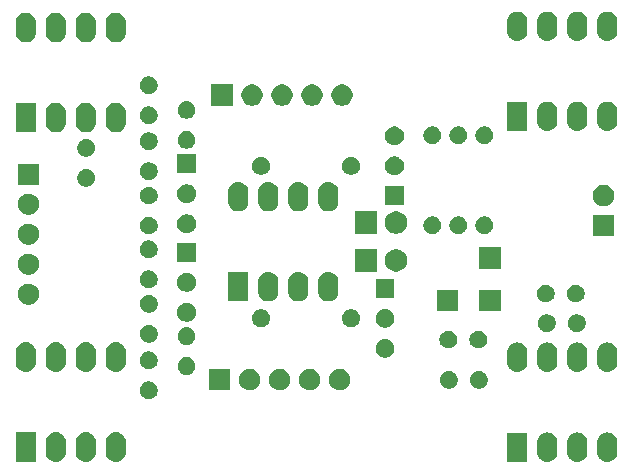
<source format=gbr>
G04 #@! TF.GenerationSoftware,KiCad,Pcbnew,(5.1.5)-3*
G04 #@! TF.CreationDate,2020-04-19T22:50:58+02:00*
G04 #@! TF.ProjectId,goal_detector,676f616c-5f64-4657-9465-63746f722e6b,rev?*
G04 #@! TF.SameCoordinates,PX101dfa0PY12b1280*
G04 #@! TF.FileFunction,Soldermask,Top*
G04 #@! TF.FilePolarity,Negative*
%FSLAX46Y46*%
G04 Gerber Fmt 4.6, Leading zero omitted, Abs format (unit mm)*
G04 Created by KiCad (PCBNEW (5.1.5)-3) date 2020-04-19 22:50:58*
%MOMM*%
%LPD*%
G04 APERTURE LIST*
%ADD10C,0.100000*%
G04 APERTURE END LIST*
D10*
G36*
X45906822Y-30481313D02*
G01*
X46067241Y-30529976D01*
X46215077Y-30608995D01*
X46320289Y-30695341D01*
X46344659Y-30715341D01*
X46451004Y-30844922D01*
X46451005Y-30844924D01*
X46530024Y-30992758D01*
X46578687Y-31153177D01*
X46591000Y-31278196D01*
X46591000Y-32161803D01*
X46578687Y-32286822D01*
X46530024Y-32447242D01*
X46461695Y-32575076D01*
X46451004Y-32595078D01*
X46344659Y-32724659D01*
X46215078Y-32831004D01*
X46215076Y-32831005D01*
X46067242Y-32910024D01*
X45906823Y-32958687D01*
X45740000Y-32975117D01*
X45573178Y-32958687D01*
X45412759Y-32910024D01*
X45264925Y-32831005D01*
X45264923Y-32831004D01*
X45135342Y-32724659D01*
X45028997Y-32595078D01*
X45018306Y-32575076D01*
X44949977Y-32447242D01*
X44901314Y-32286823D01*
X44889000Y-32161803D01*
X44889000Y-31278197D01*
X44901313Y-31153178D01*
X44949976Y-30992759D01*
X45028995Y-30844923D01*
X45135341Y-30715341D01*
X45159711Y-30695341D01*
X45264922Y-30608996D01*
X45280094Y-30600886D01*
X45412758Y-30529976D01*
X45573177Y-30481313D01*
X45740000Y-30464883D01*
X45906822Y-30481313D01*
G37*
G36*
X48446822Y-30481313D02*
G01*
X48607241Y-30529976D01*
X48755077Y-30608995D01*
X48860289Y-30695341D01*
X48884659Y-30715341D01*
X48991004Y-30844922D01*
X48991005Y-30844924D01*
X49070024Y-30992758D01*
X49118687Y-31153177D01*
X49131000Y-31278196D01*
X49131000Y-32161803D01*
X49118687Y-32286822D01*
X49070024Y-32447242D01*
X49001695Y-32575076D01*
X48991004Y-32595078D01*
X48884659Y-32724659D01*
X48755078Y-32831004D01*
X48755076Y-32831005D01*
X48607242Y-32910024D01*
X48446823Y-32958687D01*
X48280000Y-32975117D01*
X48113178Y-32958687D01*
X47952759Y-32910024D01*
X47804925Y-32831005D01*
X47804923Y-32831004D01*
X47675342Y-32724659D01*
X47568997Y-32595078D01*
X47558306Y-32575076D01*
X47489977Y-32447242D01*
X47441314Y-32286823D01*
X47429000Y-32161803D01*
X47429000Y-31278197D01*
X47441313Y-31153178D01*
X47489976Y-30992759D01*
X47568995Y-30844923D01*
X47675341Y-30715341D01*
X47699711Y-30695341D01*
X47804922Y-30608996D01*
X47820094Y-30600886D01*
X47952758Y-30529976D01*
X48113177Y-30481313D01*
X48280000Y-30464883D01*
X48446822Y-30481313D01*
G37*
G36*
X50986822Y-30481313D02*
G01*
X51147241Y-30529976D01*
X51295077Y-30608995D01*
X51400289Y-30695341D01*
X51424659Y-30715341D01*
X51531004Y-30844922D01*
X51531005Y-30844924D01*
X51610024Y-30992758D01*
X51658687Y-31153177D01*
X51671000Y-31278196D01*
X51671000Y-32161803D01*
X51658687Y-32286822D01*
X51610024Y-32447242D01*
X51541695Y-32575076D01*
X51531004Y-32595078D01*
X51424659Y-32724659D01*
X51295078Y-32831004D01*
X51295076Y-32831005D01*
X51147242Y-32910024D01*
X50986823Y-32958687D01*
X50820000Y-32975117D01*
X50653178Y-32958687D01*
X50492759Y-32910024D01*
X50344925Y-32831005D01*
X50344923Y-32831004D01*
X50215342Y-32724659D01*
X50108997Y-32595078D01*
X50098306Y-32575076D01*
X50029977Y-32447242D01*
X49981314Y-32286823D01*
X49969000Y-32161803D01*
X49969000Y-31278197D01*
X49981313Y-31153178D01*
X50029976Y-30992759D01*
X50108995Y-30844923D01*
X50215341Y-30715341D01*
X50239711Y-30695341D01*
X50344922Y-30608996D01*
X50360094Y-30600886D01*
X50492758Y-30529976D01*
X50653177Y-30481313D01*
X50820000Y-30464883D01*
X50986822Y-30481313D01*
G37*
G36*
X44051000Y-32971000D02*
G01*
X42349000Y-32971000D01*
X42349000Y-30469000D01*
X44051000Y-30469000D01*
X44051000Y-32971000D01*
G37*
G36*
X9366822Y-30461313D02*
G01*
X9527241Y-30509976D01*
X9675077Y-30588995D01*
X9804659Y-30695341D01*
X9911004Y-30824922D01*
X9911005Y-30824924D01*
X9990024Y-30972758D01*
X10038687Y-31133177D01*
X10051000Y-31258196D01*
X10051000Y-32141803D01*
X10038687Y-32266822D01*
X9990024Y-32427242D01*
X9919114Y-32559906D01*
X9911004Y-32575078D01*
X9804659Y-32704659D01*
X9675078Y-32811004D01*
X9675076Y-32811005D01*
X9527242Y-32890024D01*
X9366823Y-32938687D01*
X9200000Y-32955117D01*
X9033178Y-32938687D01*
X8872759Y-32890024D01*
X8724925Y-32811005D01*
X8724923Y-32811004D01*
X8595342Y-32704659D01*
X8488997Y-32575078D01*
X8480887Y-32559906D01*
X8409977Y-32427242D01*
X8361314Y-32266823D01*
X8349000Y-32141803D01*
X8349000Y-31258197D01*
X8361313Y-31133178D01*
X8409976Y-30972759D01*
X8488995Y-30824923D01*
X8595341Y-30695341D01*
X8724922Y-30588996D01*
X8835343Y-30529975D01*
X8872758Y-30509976D01*
X9033177Y-30461313D01*
X9200000Y-30444883D01*
X9366822Y-30461313D01*
G37*
G36*
X4286822Y-30461313D02*
G01*
X4447241Y-30509976D01*
X4595077Y-30588995D01*
X4724659Y-30695341D01*
X4831004Y-30824922D01*
X4831005Y-30824924D01*
X4910024Y-30972758D01*
X4958687Y-31133177D01*
X4971000Y-31258196D01*
X4971000Y-32141803D01*
X4958687Y-32266822D01*
X4910024Y-32427242D01*
X4839114Y-32559906D01*
X4831004Y-32575078D01*
X4724659Y-32704659D01*
X4595078Y-32811004D01*
X4595076Y-32811005D01*
X4447242Y-32890024D01*
X4286823Y-32938687D01*
X4120000Y-32955117D01*
X3953178Y-32938687D01*
X3792759Y-32890024D01*
X3644925Y-32811005D01*
X3644923Y-32811004D01*
X3515342Y-32704659D01*
X3408997Y-32575078D01*
X3400887Y-32559906D01*
X3329977Y-32427242D01*
X3281314Y-32266823D01*
X3269000Y-32141803D01*
X3269000Y-31258197D01*
X3281313Y-31133178D01*
X3329976Y-30972759D01*
X3408995Y-30824923D01*
X3515341Y-30695341D01*
X3644922Y-30588996D01*
X3755343Y-30529975D01*
X3792758Y-30509976D01*
X3953177Y-30461313D01*
X4120000Y-30444883D01*
X4286822Y-30461313D01*
G37*
G36*
X6826822Y-30461313D02*
G01*
X6987241Y-30509976D01*
X7135077Y-30588995D01*
X7264659Y-30695341D01*
X7371004Y-30824922D01*
X7371005Y-30824924D01*
X7450024Y-30972758D01*
X7498687Y-31133177D01*
X7511000Y-31258196D01*
X7511000Y-32141803D01*
X7498687Y-32266822D01*
X7450024Y-32427242D01*
X7379114Y-32559906D01*
X7371004Y-32575078D01*
X7264659Y-32704659D01*
X7135078Y-32811004D01*
X7135076Y-32811005D01*
X6987242Y-32890024D01*
X6826823Y-32938687D01*
X6660000Y-32955117D01*
X6493178Y-32938687D01*
X6332759Y-32890024D01*
X6184925Y-32811005D01*
X6184923Y-32811004D01*
X6055342Y-32704659D01*
X5948997Y-32575078D01*
X5940887Y-32559906D01*
X5869977Y-32427242D01*
X5821314Y-32266823D01*
X5809000Y-32141803D01*
X5809000Y-31258197D01*
X5821313Y-31133178D01*
X5869976Y-30972759D01*
X5948995Y-30824923D01*
X6055341Y-30695341D01*
X6184922Y-30588996D01*
X6295343Y-30529975D01*
X6332758Y-30509976D01*
X6493177Y-30461313D01*
X6660000Y-30444883D01*
X6826822Y-30461313D01*
G37*
G36*
X2431000Y-32951000D02*
G01*
X729000Y-32951000D01*
X729000Y-30449000D01*
X2431000Y-30449000D01*
X2431000Y-32951000D01*
G37*
G36*
X12219059Y-26177860D02*
G01*
X12355732Y-26234472D01*
X12478735Y-26316660D01*
X12583340Y-26421265D01*
X12665528Y-26544268D01*
X12722140Y-26680941D01*
X12751000Y-26826033D01*
X12751000Y-26973967D01*
X12722140Y-27119059D01*
X12665528Y-27255732D01*
X12583340Y-27378735D01*
X12478735Y-27483340D01*
X12355732Y-27565528D01*
X12355731Y-27565529D01*
X12355730Y-27565529D01*
X12219059Y-27622140D01*
X12073968Y-27651000D01*
X11926032Y-27651000D01*
X11780941Y-27622140D01*
X11644270Y-27565529D01*
X11644269Y-27565529D01*
X11644268Y-27565528D01*
X11521265Y-27483340D01*
X11416660Y-27378735D01*
X11334472Y-27255732D01*
X11277860Y-27119059D01*
X11249000Y-26973967D01*
X11249000Y-26826033D01*
X11277860Y-26680941D01*
X11334472Y-26544268D01*
X11416660Y-26421265D01*
X11521265Y-26316660D01*
X11644268Y-26234472D01*
X11780941Y-26177860D01*
X11926032Y-26149000D01*
X12073968Y-26149000D01*
X12219059Y-26177860D01*
G37*
G36*
X28273512Y-25103927D02*
G01*
X28422812Y-25133624D01*
X28586784Y-25201544D01*
X28734354Y-25300147D01*
X28859853Y-25425646D01*
X28958456Y-25573216D01*
X29026376Y-25737188D01*
X29061000Y-25911259D01*
X29061000Y-26088741D01*
X29026376Y-26262812D01*
X28958456Y-26426784D01*
X28859853Y-26574354D01*
X28734354Y-26699853D01*
X28586784Y-26798456D01*
X28422812Y-26866376D01*
X28273512Y-26896073D01*
X28248742Y-26901000D01*
X28071258Y-26901000D01*
X28046488Y-26896073D01*
X27897188Y-26866376D01*
X27733216Y-26798456D01*
X27585646Y-26699853D01*
X27460147Y-26574354D01*
X27361544Y-26426784D01*
X27293624Y-26262812D01*
X27259000Y-26088741D01*
X27259000Y-25911259D01*
X27293624Y-25737188D01*
X27361544Y-25573216D01*
X27460147Y-25425646D01*
X27585646Y-25300147D01*
X27733216Y-25201544D01*
X27897188Y-25133624D01*
X28046488Y-25103927D01*
X28071258Y-25099000D01*
X28248742Y-25099000D01*
X28273512Y-25103927D01*
G37*
G36*
X25733512Y-25103927D02*
G01*
X25882812Y-25133624D01*
X26046784Y-25201544D01*
X26194354Y-25300147D01*
X26319853Y-25425646D01*
X26418456Y-25573216D01*
X26486376Y-25737188D01*
X26521000Y-25911259D01*
X26521000Y-26088741D01*
X26486376Y-26262812D01*
X26418456Y-26426784D01*
X26319853Y-26574354D01*
X26194354Y-26699853D01*
X26046784Y-26798456D01*
X25882812Y-26866376D01*
X25733512Y-26896073D01*
X25708742Y-26901000D01*
X25531258Y-26901000D01*
X25506488Y-26896073D01*
X25357188Y-26866376D01*
X25193216Y-26798456D01*
X25045646Y-26699853D01*
X24920147Y-26574354D01*
X24821544Y-26426784D01*
X24753624Y-26262812D01*
X24719000Y-26088741D01*
X24719000Y-25911259D01*
X24753624Y-25737188D01*
X24821544Y-25573216D01*
X24920147Y-25425646D01*
X25045646Y-25300147D01*
X25193216Y-25201544D01*
X25357188Y-25133624D01*
X25506488Y-25103927D01*
X25531258Y-25099000D01*
X25708742Y-25099000D01*
X25733512Y-25103927D01*
G37*
G36*
X23193512Y-25103927D02*
G01*
X23342812Y-25133624D01*
X23506784Y-25201544D01*
X23654354Y-25300147D01*
X23779853Y-25425646D01*
X23878456Y-25573216D01*
X23946376Y-25737188D01*
X23981000Y-25911259D01*
X23981000Y-26088741D01*
X23946376Y-26262812D01*
X23878456Y-26426784D01*
X23779853Y-26574354D01*
X23654354Y-26699853D01*
X23506784Y-26798456D01*
X23342812Y-26866376D01*
X23193512Y-26896073D01*
X23168742Y-26901000D01*
X22991258Y-26901000D01*
X22966488Y-26896073D01*
X22817188Y-26866376D01*
X22653216Y-26798456D01*
X22505646Y-26699853D01*
X22380147Y-26574354D01*
X22281544Y-26426784D01*
X22213624Y-26262812D01*
X22179000Y-26088741D01*
X22179000Y-25911259D01*
X22213624Y-25737188D01*
X22281544Y-25573216D01*
X22380147Y-25425646D01*
X22505646Y-25300147D01*
X22653216Y-25201544D01*
X22817188Y-25133624D01*
X22966488Y-25103927D01*
X22991258Y-25099000D01*
X23168742Y-25099000D01*
X23193512Y-25103927D01*
G37*
G36*
X20653512Y-25103927D02*
G01*
X20802812Y-25133624D01*
X20966784Y-25201544D01*
X21114354Y-25300147D01*
X21239853Y-25425646D01*
X21338456Y-25573216D01*
X21406376Y-25737188D01*
X21441000Y-25911259D01*
X21441000Y-26088741D01*
X21406376Y-26262812D01*
X21338456Y-26426784D01*
X21239853Y-26574354D01*
X21114354Y-26699853D01*
X20966784Y-26798456D01*
X20802812Y-26866376D01*
X20653512Y-26896073D01*
X20628742Y-26901000D01*
X20451258Y-26901000D01*
X20426488Y-26896073D01*
X20277188Y-26866376D01*
X20113216Y-26798456D01*
X19965646Y-26699853D01*
X19840147Y-26574354D01*
X19741544Y-26426784D01*
X19673624Y-26262812D01*
X19639000Y-26088741D01*
X19639000Y-25911259D01*
X19673624Y-25737188D01*
X19741544Y-25573216D01*
X19840147Y-25425646D01*
X19965646Y-25300147D01*
X20113216Y-25201544D01*
X20277188Y-25133624D01*
X20426488Y-25103927D01*
X20451258Y-25099000D01*
X20628742Y-25099000D01*
X20653512Y-25103927D01*
G37*
G36*
X18901000Y-26901000D02*
G01*
X17099000Y-26901000D01*
X17099000Y-25099000D01*
X18901000Y-25099000D01*
X18901000Y-26901000D01*
G37*
G36*
X37619059Y-25277860D02*
G01*
X37717622Y-25318686D01*
X37755732Y-25334472D01*
X37878735Y-25416660D01*
X37983340Y-25521265D01*
X38018054Y-25573218D01*
X38065529Y-25644270D01*
X38122140Y-25780941D01*
X38151000Y-25926032D01*
X38151000Y-26073968D01*
X38148061Y-26088742D01*
X38122140Y-26219059D01*
X38065528Y-26355732D01*
X37983340Y-26478735D01*
X37878735Y-26583340D01*
X37755732Y-26665528D01*
X37755731Y-26665529D01*
X37755730Y-26665529D01*
X37619059Y-26722140D01*
X37473968Y-26751000D01*
X37326032Y-26751000D01*
X37180941Y-26722140D01*
X37044270Y-26665529D01*
X37044269Y-26665529D01*
X37044268Y-26665528D01*
X36921265Y-26583340D01*
X36816660Y-26478735D01*
X36734472Y-26355732D01*
X36677860Y-26219059D01*
X36651939Y-26088742D01*
X36649000Y-26073968D01*
X36649000Y-25926032D01*
X36677860Y-25780941D01*
X36734471Y-25644270D01*
X36781946Y-25573218D01*
X36816660Y-25521265D01*
X36921265Y-25416660D01*
X37044268Y-25334472D01*
X37082379Y-25318686D01*
X37180941Y-25277860D01*
X37326032Y-25249000D01*
X37473968Y-25249000D01*
X37619059Y-25277860D01*
G37*
G36*
X40159059Y-25277860D02*
G01*
X40257622Y-25318686D01*
X40295732Y-25334472D01*
X40418735Y-25416660D01*
X40523340Y-25521265D01*
X40558054Y-25573218D01*
X40605529Y-25644270D01*
X40662140Y-25780941D01*
X40691000Y-25926032D01*
X40691000Y-26073968D01*
X40688061Y-26088742D01*
X40662140Y-26219059D01*
X40605528Y-26355732D01*
X40523340Y-26478735D01*
X40418735Y-26583340D01*
X40295732Y-26665528D01*
X40295731Y-26665529D01*
X40295730Y-26665529D01*
X40159059Y-26722140D01*
X40013968Y-26751000D01*
X39866032Y-26751000D01*
X39720941Y-26722140D01*
X39584270Y-26665529D01*
X39584269Y-26665529D01*
X39584268Y-26665528D01*
X39461265Y-26583340D01*
X39356660Y-26478735D01*
X39274472Y-26355732D01*
X39217860Y-26219059D01*
X39191939Y-26088742D01*
X39189000Y-26073968D01*
X39189000Y-25926032D01*
X39217860Y-25780941D01*
X39274471Y-25644270D01*
X39321946Y-25573218D01*
X39356660Y-25521265D01*
X39461265Y-25416660D01*
X39584268Y-25334472D01*
X39622379Y-25318686D01*
X39720941Y-25277860D01*
X39866032Y-25249000D01*
X40013968Y-25249000D01*
X40159059Y-25277860D01*
G37*
G36*
X15419059Y-24117860D02*
G01*
X15555732Y-24174472D01*
X15678735Y-24256660D01*
X15783340Y-24361265D01*
X15865528Y-24484268D01*
X15865529Y-24484270D01*
X15922140Y-24620941D01*
X15951000Y-24766032D01*
X15951000Y-24913968D01*
X15922140Y-25059059D01*
X15867487Y-25191004D01*
X15865528Y-25195732D01*
X15783340Y-25318735D01*
X15678735Y-25423340D01*
X15555732Y-25505528D01*
X15555731Y-25505529D01*
X15555730Y-25505529D01*
X15419059Y-25562140D01*
X15273968Y-25591000D01*
X15126032Y-25591000D01*
X14980941Y-25562140D01*
X14844270Y-25505529D01*
X14844269Y-25505529D01*
X14844268Y-25505528D01*
X14721265Y-25423340D01*
X14616660Y-25318735D01*
X14534472Y-25195732D01*
X14532514Y-25191004D01*
X14477860Y-25059059D01*
X14449000Y-24913968D01*
X14449000Y-24766032D01*
X14477860Y-24620941D01*
X14534471Y-24484270D01*
X14534472Y-24484268D01*
X14616660Y-24361265D01*
X14721265Y-24256660D01*
X14844268Y-24174472D01*
X14980941Y-24117860D01*
X15126032Y-24089000D01*
X15273968Y-24089000D01*
X15419059Y-24117860D01*
G37*
G36*
X43366822Y-22861313D02*
G01*
X43527241Y-22909976D01*
X43675077Y-22988995D01*
X43804659Y-23095341D01*
X43911004Y-23224922D01*
X43911005Y-23224924D01*
X43990024Y-23372758D01*
X44038687Y-23533177D01*
X44051000Y-23658196D01*
X44051000Y-24541803D01*
X44038687Y-24666822D01*
X43990024Y-24827242D01*
X43943668Y-24913967D01*
X43911004Y-24975078D01*
X43804659Y-25104659D01*
X43675078Y-25211004D01*
X43675076Y-25211005D01*
X43527242Y-25290024D01*
X43366823Y-25338687D01*
X43200000Y-25355117D01*
X43033178Y-25338687D01*
X42872759Y-25290024D01*
X42724925Y-25211005D01*
X42724923Y-25211004D01*
X42595342Y-25104659D01*
X42488997Y-24975078D01*
X42456333Y-24913967D01*
X42409977Y-24827242D01*
X42361314Y-24666823D01*
X42349000Y-24541803D01*
X42349000Y-23658197D01*
X42361313Y-23533178D01*
X42409976Y-23372759D01*
X42488995Y-23224923D01*
X42595341Y-23095341D01*
X42619711Y-23075341D01*
X42724922Y-22988996D01*
X42740094Y-22980886D01*
X42872758Y-22909976D01*
X43033177Y-22861313D01*
X43200000Y-22844883D01*
X43366822Y-22861313D01*
G37*
G36*
X48446822Y-22861313D02*
G01*
X48607241Y-22909976D01*
X48755077Y-22988995D01*
X48884659Y-23095341D01*
X48991004Y-23224922D01*
X48991005Y-23224924D01*
X49070024Y-23372758D01*
X49118687Y-23533177D01*
X49131000Y-23658196D01*
X49131000Y-24541803D01*
X49118687Y-24666822D01*
X49070024Y-24827242D01*
X49023668Y-24913967D01*
X48991004Y-24975078D01*
X48884659Y-25104659D01*
X48755078Y-25211004D01*
X48755076Y-25211005D01*
X48607242Y-25290024D01*
X48446823Y-25338687D01*
X48280000Y-25355117D01*
X48113178Y-25338687D01*
X47952759Y-25290024D01*
X47804925Y-25211005D01*
X47804923Y-25211004D01*
X47675342Y-25104659D01*
X47568997Y-24975078D01*
X47536333Y-24913967D01*
X47489977Y-24827242D01*
X47441314Y-24666823D01*
X47429000Y-24541803D01*
X47429000Y-23658197D01*
X47441313Y-23533178D01*
X47489976Y-23372759D01*
X47568995Y-23224923D01*
X47675341Y-23095341D01*
X47699711Y-23075341D01*
X47804922Y-22988996D01*
X47820094Y-22980886D01*
X47952758Y-22909976D01*
X48113177Y-22861313D01*
X48280000Y-22844883D01*
X48446822Y-22861313D01*
G37*
G36*
X50986822Y-22861313D02*
G01*
X51147241Y-22909976D01*
X51295077Y-22988995D01*
X51424659Y-23095341D01*
X51531004Y-23224922D01*
X51531005Y-23224924D01*
X51610024Y-23372758D01*
X51658687Y-23533177D01*
X51671000Y-23658196D01*
X51671000Y-24541803D01*
X51658687Y-24666822D01*
X51610024Y-24827242D01*
X51563668Y-24913967D01*
X51531004Y-24975078D01*
X51424659Y-25104659D01*
X51295078Y-25211004D01*
X51295076Y-25211005D01*
X51147242Y-25290024D01*
X50986823Y-25338687D01*
X50820000Y-25355117D01*
X50653178Y-25338687D01*
X50492759Y-25290024D01*
X50344925Y-25211005D01*
X50344923Y-25211004D01*
X50215342Y-25104659D01*
X50108997Y-24975078D01*
X50076333Y-24913967D01*
X50029977Y-24827242D01*
X49981314Y-24666823D01*
X49969000Y-24541803D01*
X49969000Y-23658197D01*
X49981313Y-23533178D01*
X50029976Y-23372759D01*
X50108995Y-23224923D01*
X50215341Y-23095341D01*
X50239711Y-23075341D01*
X50344922Y-22988996D01*
X50360094Y-22980886D01*
X50492758Y-22909976D01*
X50653177Y-22861313D01*
X50820000Y-22844883D01*
X50986822Y-22861313D01*
G37*
G36*
X45906822Y-22861313D02*
G01*
X46067241Y-22909976D01*
X46215077Y-22988995D01*
X46344659Y-23095341D01*
X46451004Y-23224922D01*
X46451005Y-23224924D01*
X46530024Y-23372758D01*
X46578687Y-23533177D01*
X46591000Y-23658196D01*
X46591000Y-24541803D01*
X46578687Y-24666822D01*
X46530024Y-24827242D01*
X46483668Y-24913967D01*
X46451004Y-24975078D01*
X46344659Y-25104659D01*
X46215078Y-25211004D01*
X46215076Y-25211005D01*
X46067242Y-25290024D01*
X45906823Y-25338687D01*
X45740000Y-25355117D01*
X45573178Y-25338687D01*
X45412759Y-25290024D01*
X45264925Y-25211005D01*
X45264923Y-25211004D01*
X45135342Y-25104659D01*
X45028997Y-24975078D01*
X44996333Y-24913967D01*
X44949977Y-24827242D01*
X44901314Y-24666823D01*
X44889000Y-24541803D01*
X44889000Y-23658197D01*
X44901313Y-23533178D01*
X44949976Y-23372759D01*
X45028995Y-23224923D01*
X45135341Y-23095341D01*
X45159711Y-23075341D01*
X45264922Y-22988996D01*
X45280094Y-22980886D01*
X45412758Y-22909976D01*
X45573177Y-22861313D01*
X45740000Y-22844883D01*
X45906822Y-22861313D01*
G37*
G36*
X9366822Y-22841313D02*
G01*
X9527241Y-22889976D01*
X9675077Y-22968995D01*
X9804659Y-23075341D01*
X9911004Y-23204922D01*
X9911005Y-23204924D01*
X9990024Y-23352758D01*
X10038687Y-23513177D01*
X10051000Y-23638196D01*
X10051000Y-24521803D01*
X10038687Y-24646822D01*
X9990024Y-24807242D01*
X9932978Y-24913967D01*
X9911004Y-24955078D01*
X9804659Y-25084659D01*
X9675078Y-25191004D01*
X9675076Y-25191005D01*
X9527242Y-25270024D01*
X9366823Y-25318687D01*
X9200000Y-25335117D01*
X9033178Y-25318687D01*
X8872759Y-25270024D01*
X8724925Y-25191005D01*
X8724923Y-25191004D01*
X8595342Y-25084659D01*
X8488997Y-24955078D01*
X8467023Y-24913967D01*
X8409977Y-24807242D01*
X8361314Y-24646823D01*
X8349000Y-24521803D01*
X8349000Y-23638197D01*
X8361313Y-23513178D01*
X8409976Y-23352759D01*
X8488995Y-23204923D01*
X8595341Y-23075341D01*
X8724922Y-22968996D01*
X8835343Y-22909975D01*
X8872758Y-22889976D01*
X9033177Y-22841313D01*
X9200000Y-22824883D01*
X9366822Y-22841313D01*
G37*
G36*
X4286822Y-22841313D02*
G01*
X4447241Y-22889976D01*
X4595077Y-22968995D01*
X4724659Y-23075341D01*
X4831004Y-23204922D01*
X4831005Y-23204924D01*
X4910024Y-23352758D01*
X4958687Y-23513177D01*
X4971000Y-23638196D01*
X4971000Y-24521803D01*
X4958687Y-24646822D01*
X4910024Y-24807242D01*
X4852978Y-24913967D01*
X4831004Y-24955078D01*
X4724659Y-25084659D01*
X4595078Y-25191004D01*
X4595076Y-25191005D01*
X4447242Y-25270024D01*
X4286823Y-25318687D01*
X4120000Y-25335117D01*
X3953178Y-25318687D01*
X3792759Y-25270024D01*
X3644925Y-25191005D01*
X3644923Y-25191004D01*
X3515342Y-25084659D01*
X3408997Y-24955078D01*
X3387023Y-24913967D01*
X3329977Y-24807242D01*
X3281314Y-24646823D01*
X3269000Y-24521803D01*
X3269000Y-23638197D01*
X3281313Y-23513178D01*
X3329976Y-23352759D01*
X3408995Y-23204923D01*
X3515341Y-23075341D01*
X3644922Y-22968996D01*
X3755343Y-22909975D01*
X3792758Y-22889976D01*
X3953177Y-22841313D01*
X4120000Y-22824883D01*
X4286822Y-22841313D01*
G37*
G36*
X1746822Y-22841313D02*
G01*
X1907241Y-22889976D01*
X2055077Y-22968995D01*
X2184659Y-23075341D01*
X2291004Y-23204922D01*
X2291005Y-23204924D01*
X2370024Y-23352758D01*
X2418687Y-23513177D01*
X2431000Y-23638196D01*
X2431000Y-24521803D01*
X2418687Y-24646822D01*
X2370024Y-24807242D01*
X2312978Y-24913967D01*
X2291004Y-24955078D01*
X2184659Y-25084659D01*
X2055078Y-25191004D01*
X2055076Y-25191005D01*
X1907242Y-25270024D01*
X1746823Y-25318687D01*
X1580000Y-25335117D01*
X1413178Y-25318687D01*
X1252759Y-25270024D01*
X1104925Y-25191005D01*
X1104923Y-25191004D01*
X975342Y-25084659D01*
X868997Y-24955078D01*
X847023Y-24913967D01*
X789977Y-24807242D01*
X741314Y-24646823D01*
X729000Y-24521803D01*
X729000Y-23638197D01*
X741313Y-23513178D01*
X789976Y-23352759D01*
X868995Y-23204923D01*
X975341Y-23075341D01*
X1104922Y-22968996D01*
X1215343Y-22909975D01*
X1252758Y-22889976D01*
X1413177Y-22841313D01*
X1580000Y-22824883D01*
X1746822Y-22841313D01*
G37*
G36*
X6826822Y-22841313D02*
G01*
X6987241Y-22889976D01*
X7135077Y-22968995D01*
X7264659Y-23075341D01*
X7371004Y-23204922D01*
X7371005Y-23204924D01*
X7450024Y-23352758D01*
X7498687Y-23513177D01*
X7511000Y-23638196D01*
X7511000Y-24521803D01*
X7498687Y-24646822D01*
X7450024Y-24807242D01*
X7392978Y-24913967D01*
X7371004Y-24955078D01*
X7264659Y-25084659D01*
X7135078Y-25191004D01*
X7135076Y-25191005D01*
X6987242Y-25270024D01*
X6826823Y-25318687D01*
X6660000Y-25335117D01*
X6493178Y-25318687D01*
X6332759Y-25270024D01*
X6184925Y-25191005D01*
X6184923Y-25191004D01*
X6055342Y-25084659D01*
X5948997Y-24955078D01*
X5927023Y-24913967D01*
X5869977Y-24807242D01*
X5821314Y-24646823D01*
X5809000Y-24521803D01*
X5809000Y-23638197D01*
X5821313Y-23513178D01*
X5869976Y-23352759D01*
X5948995Y-23204923D01*
X6055341Y-23075341D01*
X6184922Y-22968996D01*
X6295343Y-22909975D01*
X6332758Y-22889976D01*
X6493177Y-22841313D01*
X6660000Y-22824883D01*
X6826822Y-22841313D01*
G37*
G36*
X12219059Y-23637860D02*
G01*
X12268167Y-23658201D01*
X12355732Y-23694472D01*
X12478735Y-23776660D01*
X12583340Y-23881265D01*
X12583341Y-23881267D01*
X12665529Y-24004270D01*
X12722140Y-24140941D01*
X12745158Y-24256660D01*
X12751000Y-24286033D01*
X12751000Y-24433967D01*
X12722140Y-24579059D01*
X12665528Y-24715732D01*
X12583340Y-24838735D01*
X12478735Y-24943340D01*
X12355732Y-25025528D01*
X12355731Y-25025529D01*
X12355730Y-25025529D01*
X12219059Y-25082140D01*
X12073968Y-25111000D01*
X11926032Y-25111000D01*
X11780941Y-25082140D01*
X11644270Y-25025529D01*
X11644269Y-25025529D01*
X11644268Y-25025528D01*
X11521265Y-24943340D01*
X11416660Y-24838735D01*
X11334472Y-24715732D01*
X11277860Y-24579059D01*
X11249000Y-24433967D01*
X11249000Y-24286033D01*
X11254843Y-24256660D01*
X11277860Y-24140941D01*
X11334471Y-24004270D01*
X11416659Y-23881267D01*
X11416660Y-23881265D01*
X11521265Y-23776660D01*
X11644268Y-23694472D01*
X11731834Y-23658201D01*
X11780941Y-23637860D01*
X11926032Y-23609000D01*
X12073968Y-23609000D01*
X12219059Y-23637860D01*
G37*
G36*
X32233642Y-22569781D02*
G01*
X32379414Y-22630162D01*
X32379416Y-22630163D01*
X32510608Y-22717822D01*
X32622178Y-22829392D01*
X32706595Y-22955732D01*
X32709838Y-22960586D01*
X32770219Y-23106358D01*
X32801000Y-23261107D01*
X32801000Y-23418893D01*
X32770219Y-23573642D01*
X32735193Y-23658201D01*
X32709837Y-23719416D01*
X32622178Y-23850608D01*
X32510608Y-23962178D01*
X32379416Y-24049837D01*
X32379415Y-24049838D01*
X32379414Y-24049838D01*
X32233642Y-24110219D01*
X32078893Y-24141000D01*
X31921107Y-24141000D01*
X31766358Y-24110219D01*
X31620586Y-24049838D01*
X31620585Y-24049838D01*
X31620584Y-24049837D01*
X31489392Y-23962178D01*
X31377822Y-23850608D01*
X31290163Y-23719416D01*
X31264807Y-23658201D01*
X31229781Y-23573642D01*
X31199000Y-23418893D01*
X31199000Y-23261107D01*
X31229781Y-23106358D01*
X31290162Y-22960586D01*
X31293405Y-22955732D01*
X31377822Y-22829392D01*
X31489392Y-22717822D01*
X31620584Y-22630163D01*
X31620586Y-22630162D01*
X31766358Y-22569781D01*
X31921107Y-22539000D01*
X32078893Y-22539000D01*
X32233642Y-22569781D01*
G37*
G36*
X37517061Y-21865528D02*
G01*
X37579059Y-21877860D01*
X37715732Y-21934472D01*
X37838735Y-22016660D01*
X37943340Y-22121265D01*
X38025528Y-22244268D01*
X38025529Y-22244270D01*
X38082140Y-22380941D01*
X38111000Y-22526032D01*
X38111000Y-22673968D01*
X38082140Y-22819059D01*
X38055514Y-22883341D01*
X38025528Y-22955732D01*
X37943340Y-23078735D01*
X37838735Y-23183340D01*
X37715732Y-23265528D01*
X37715731Y-23265529D01*
X37715730Y-23265529D01*
X37579059Y-23322140D01*
X37433968Y-23351000D01*
X37286032Y-23351000D01*
X37140941Y-23322140D01*
X37004270Y-23265529D01*
X37004269Y-23265529D01*
X37004268Y-23265528D01*
X36881265Y-23183340D01*
X36776660Y-23078735D01*
X36694472Y-22955732D01*
X36664487Y-22883341D01*
X36637860Y-22819059D01*
X36609000Y-22673968D01*
X36609000Y-22526032D01*
X36637860Y-22380941D01*
X36694471Y-22244270D01*
X36694472Y-22244268D01*
X36776660Y-22121265D01*
X36881265Y-22016660D01*
X37004268Y-21934472D01*
X37140941Y-21877860D01*
X37202939Y-21865528D01*
X37286032Y-21849000D01*
X37433968Y-21849000D01*
X37517061Y-21865528D01*
G37*
G36*
X40057061Y-21865528D02*
G01*
X40119059Y-21877860D01*
X40255732Y-21934472D01*
X40378735Y-22016660D01*
X40483340Y-22121265D01*
X40565528Y-22244268D01*
X40565529Y-22244270D01*
X40622140Y-22380941D01*
X40651000Y-22526032D01*
X40651000Y-22673968D01*
X40622140Y-22819059D01*
X40595514Y-22883341D01*
X40565528Y-22955732D01*
X40483340Y-23078735D01*
X40378735Y-23183340D01*
X40255732Y-23265528D01*
X40255731Y-23265529D01*
X40255730Y-23265529D01*
X40119059Y-23322140D01*
X39973968Y-23351000D01*
X39826032Y-23351000D01*
X39680941Y-23322140D01*
X39544270Y-23265529D01*
X39544269Y-23265529D01*
X39544268Y-23265528D01*
X39421265Y-23183340D01*
X39316660Y-23078735D01*
X39234472Y-22955732D01*
X39204487Y-22883341D01*
X39177860Y-22819059D01*
X39149000Y-22673968D01*
X39149000Y-22526032D01*
X39177860Y-22380941D01*
X39234471Y-22244270D01*
X39234472Y-22244268D01*
X39316660Y-22121265D01*
X39421265Y-22016660D01*
X39544268Y-21934472D01*
X39680941Y-21877860D01*
X39742939Y-21865528D01*
X39826032Y-21849000D01*
X39973968Y-21849000D01*
X40057061Y-21865528D01*
G37*
G36*
X15419059Y-21577860D02*
G01*
X15523853Y-21621267D01*
X15555732Y-21634472D01*
X15678735Y-21716660D01*
X15783340Y-21821265D01*
X15865528Y-21944268D01*
X15865529Y-21944270D01*
X15922140Y-22080941D01*
X15951000Y-22226032D01*
X15951000Y-22373968D01*
X15922140Y-22519059D01*
X15876120Y-22630162D01*
X15865528Y-22655732D01*
X15783340Y-22778735D01*
X15678735Y-22883340D01*
X15555732Y-22965528D01*
X15555731Y-22965529D01*
X15555730Y-22965529D01*
X15419059Y-23022140D01*
X15273968Y-23051000D01*
X15126032Y-23051000D01*
X14980941Y-23022140D01*
X14844270Y-22965529D01*
X14844269Y-22965529D01*
X14844268Y-22965528D01*
X14721265Y-22883340D01*
X14616660Y-22778735D01*
X14534472Y-22655732D01*
X14523881Y-22630162D01*
X14477860Y-22519059D01*
X14449000Y-22373968D01*
X14449000Y-22226032D01*
X14477860Y-22080941D01*
X14534471Y-21944270D01*
X14534472Y-21944268D01*
X14616660Y-21821265D01*
X14721265Y-21716660D01*
X14844268Y-21634472D01*
X14876148Y-21621267D01*
X14980941Y-21577860D01*
X15126032Y-21549000D01*
X15273968Y-21549000D01*
X15419059Y-21577860D01*
G37*
G36*
X12219059Y-21377860D02*
G01*
X12355732Y-21434472D01*
X12478735Y-21516660D01*
X12583340Y-21621265D01*
X12621739Y-21678733D01*
X12665529Y-21744270D01*
X12722140Y-21880941D01*
X12749136Y-22016659D01*
X12751000Y-22026033D01*
X12751000Y-22173967D01*
X12722140Y-22319059D01*
X12665528Y-22455732D01*
X12583340Y-22578735D01*
X12478735Y-22683340D01*
X12355732Y-22765528D01*
X12355731Y-22765529D01*
X12355730Y-22765529D01*
X12219059Y-22822140D01*
X12073968Y-22851000D01*
X11926032Y-22851000D01*
X11780941Y-22822140D01*
X11644270Y-22765529D01*
X11644269Y-22765529D01*
X11644268Y-22765528D01*
X11521265Y-22683340D01*
X11416660Y-22578735D01*
X11334472Y-22455732D01*
X11277860Y-22319059D01*
X11249000Y-22173967D01*
X11249000Y-22026033D01*
X11250865Y-22016659D01*
X11277860Y-21880941D01*
X11334471Y-21744270D01*
X11378261Y-21678733D01*
X11416660Y-21621265D01*
X11521265Y-21516660D01*
X11644268Y-21434472D01*
X11780941Y-21377860D01*
X11926032Y-21349000D01*
X12073968Y-21349000D01*
X12219059Y-21377860D01*
G37*
G36*
X48459059Y-20477860D02*
G01*
X48595732Y-20534472D01*
X48718735Y-20616660D01*
X48823340Y-20721265D01*
X48905528Y-20844268D01*
X48905529Y-20844270D01*
X48962140Y-20980941D01*
X48991000Y-21126032D01*
X48991000Y-21273968D01*
X48962140Y-21419059D01*
X48908317Y-21549000D01*
X48905528Y-21555732D01*
X48823340Y-21678735D01*
X48718735Y-21783340D01*
X48595732Y-21865528D01*
X48595731Y-21865529D01*
X48595730Y-21865529D01*
X48459059Y-21922140D01*
X48313968Y-21951000D01*
X48166032Y-21951000D01*
X48020941Y-21922140D01*
X47884270Y-21865529D01*
X47884269Y-21865529D01*
X47884268Y-21865528D01*
X47761265Y-21783340D01*
X47656660Y-21678735D01*
X47574472Y-21555732D01*
X47571684Y-21549000D01*
X47517860Y-21419059D01*
X47489000Y-21273968D01*
X47489000Y-21126032D01*
X47517860Y-20980941D01*
X47574471Y-20844270D01*
X47574472Y-20844268D01*
X47656660Y-20721265D01*
X47761265Y-20616660D01*
X47884268Y-20534472D01*
X48020941Y-20477860D01*
X48166032Y-20449000D01*
X48313968Y-20449000D01*
X48459059Y-20477860D01*
G37*
G36*
X45919059Y-20477860D02*
G01*
X46055732Y-20534472D01*
X46178735Y-20616660D01*
X46283340Y-20721265D01*
X46365528Y-20844268D01*
X46365529Y-20844270D01*
X46422140Y-20980941D01*
X46451000Y-21126032D01*
X46451000Y-21273968D01*
X46422140Y-21419059D01*
X46368317Y-21549000D01*
X46365528Y-21555732D01*
X46283340Y-21678735D01*
X46178735Y-21783340D01*
X46055732Y-21865528D01*
X46055731Y-21865529D01*
X46055730Y-21865529D01*
X45919059Y-21922140D01*
X45773968Y-21951000D01*
X45626032Y-21951000D01*
X45480941Y-21922140D01*
X45344270Y-21865529D01*
X45344269Y-21865529D01*
X45344268Y-21865528D01*
X45221265Y-21783340D01*
X45116660Y-21678735D01*
X45034472Y-21555732D01*
X45031684Y-21549000D01*
X44977860Y-21419059D01*
X44949000Y-21273968D01*
X44949000Y-21126032D01*
X44977860Y-20980941D01*
X45034471Y-20844270D01*
X45034472Y-20844268D01*
X45116660Y-20721265D01*
X45221265Y-20616660D01*
X45344268Y-20534472D01*
X45480941Y-20477860D01*
X45626032Y-20449000D01*
X45773968Y-20449000D01*
X45919059Y-20477860D01*
G37*
G36*
X32233642Y-20029781D02*
G01*
X32349714Y-20077860D01*
X32379416Y-20090163D01*
X32510608Y-20177822D01*
X32622178Y-20289392D01*
X32709837Y-20420584D01*
X32709838Y-20420586D01*
X32770219Y-20566358D01*
X32801000Y-20721107D01*
X32801000Y-20878893D01*
X32770219Y-21033642D01*
X32731949Y-21126033D01*
X32709837Y-21179416D01*
X32622178Y-21310608D01*
X32510608Y-21422178D01*
X32379416Y-21509837D01*
X32379415Y-21509838D01*
X32379414Y-21509838D01*
X32233642Y-21570219D01*
X32078893Y-21601000D01*
X31921107Y-21601000D01*
X31766358Y-21570219D01*
X31620586Y-21509838D01*
X31620585Y-21509838D01*
X31620584Y-21509837D01*
X31489392Y-21422178D01*
X31377822Y-21310608D01*
X31290163Y-21179416D01*
X31268051Y-21126033D01*
X31229781Y-21033642D01*
X31199000Y-20878893D01*
X31199000Y-20721107D01*
X31229781Y-20566358D01*
X31290162Y-20420586D01*
X31290163Y-20420584D01*
X31377822Y-20289392D01*
X31489392Y-20177822D01*
X31620584Y-20090163D01*
X31650286Y-20077860D01*
X31766358Y-20029781D01*
X31921107Y-19999000D01*
X32078893Y-19999000D01*
X32233642Y-20029781D01*
G37*
G36*
X29339059Y-20077860D02*
G01*
X29475732Y-20134472D01*
X29598735Y-20216660D01*
X29703340Y-20321265D01*
X29728482Y-20358893D01*
X29785529Y-20444270D01*
X29842140Y-20580941D01*
X29871000Y-20726032D01*
X29871000Y-20873968D01*
X29842140Y-21019059D01*
X29829234Y-21050218D01*
X29785528Y-21155732D01*
X29703340Y-21278735D01*
X29598735Y-21383340D01*
X29475732Y-21465528D01*
X29475731Y-21465529D01*
X29475730Y-21465529D01*
X29339059Y-21522140D01*
X29193968Y-21551000D01*
X29046032Y-21551000D01*
X28900941Y-21522140D01*
X28764270Y-21465529D01*
X28764269Y-21465529D01*
X28764268Y-21465528D01*
X28641265Y-21383340D01*
X28536660Y-21278735D01*
X28454472Y-21155732D01*
X28410767Y-21050218D01*
X28397860Y-21019059D01*
X28369000Y-20873968D01*
X28369000Y-20726032D01*
X28397860Y-20580941D01*
X28454471Y-20444270D01*
X28511518Y-20358893D01*
X28536660Y-20321265D01*
X28641265Y-20216660D01*
X28764268Y-20134472D01*
X28900941Y-20077860D01*
X29046032Y-20049000D01*
X29193968Y-20049000D01*
X29339059Y-20077860D01*
G37*
G36*
X21719059Y-20077860D02*
G01*
X21855732Y-20134472D01*
X21978735Y-20216660D01*
X22083340Y-20321265D01*
X22108482Y-20358893D01*
X22165529Y-20444270D01*
X22222140Y-20580941D01*
X22251000Y-20726032D01*
X22251000Y-20873968D01*
X22222140Y-21019059D01*
X22209234Y-21050218D01*
X22165528Y-21155732D01*
X22083340Y-21278735D01*
X21978735Y-21383340D01*
X21855732Y-21465528D01*
X21855731Y-21465529D01*
X21855730Y-21465529D01*
X21719059Y-21522140D01*
X21573968Y-21551000D01*
X21426032Y-21551000D01*
X21280941Y-21522140D01*
X21144270Y-21465529D01*
X21144269Y-21465529D01*
X21144268Y-21465528D01*
X21021265Y-21383340D01*
X20916660Y-21278735D01*
X20834472Y-21155732D01*
X20790767Y-21050218D01*
X20777860Y-21019059D01*
X20749000Y-20873968D01*
X20749000Y-20726032D01*
X20777860Y-20580941D01*
X20834471Y-20444270D01*
X20891518Y-20358893D01*
X20916660Y-20321265D01*
X21021265Y-20216660D01*
X21144268Y-20134472D01*
X21280941Y-20077860D01*
X21426032Y-20049000D01*
X21573968Y-20049000D01*
X21719059Y-20077860D01*
G37*
G36*
X15433642Y-19509781D02*
G01*
X15551153Y-19558456D01*
X15579416Y-19570163D01*
X15710608Y-19657822D01*
X15822178Y-19769392D01*
X15828637Y-19779059D01*
X15909838Y-19900586D01*
X15970219Y-20046358D01*
X16001000Y-20201107D01*
X16001000Y-20358893D01*
X15970219Y-20513642D01*
X15927547Y-20616660D01*
X15909837Y-20659416D01*
X15822178Y-20790608D01*
X15710608Y-20902178D01*
X15579416Y-20989837D01*
X15579415Y-20989838D01*
X15579414Y-20989838D01*
X15433642Y-21050219D01*
X15278893Y-21081000D01*
X15121107Y-21081000D01*
X14966358Y-21050219D01*
X14820586Y-20989838D01*
X14820585Y-20989838D01*
X14820584Y-20989837D01*
X14689392Y-20902178D01*
X14577822Y-20790608D01*
X14490163Y-20659416D01*
X14472453Y-20616660D01*
X14429781Y-20513642D01*
X14399000Y-20358893D01*
X14399000Y-20201107D01*
X14429781Y-20046358D01*
X14490162Y-19900586D01*
X14571363Y-19779059D01*
X14577822Y-19769392D01*
X14689392Y-19657822D01*
X14820584Y-19570163D01*
X14848847Y-19558456D01*
X14966358Y-19509781D01*
X15121107Y-19479000D01*
X15278893Y-19479000D01*
X15433642Y-19509781D01*
G37*
G36*
X12219059Y-18837860D02*
G01*
X12355732Y-18894472D01*
X12478735Y-18976660D01*
X12583340Y-19081265D01*
X12665528Y-19204268D01*
X12665529Y-19204270D01*
X12722140Y-19340941D01*
X12745793Y-19459852D01*
X12751000Y-19486033D01*
X12751000Y-19633967D01*
X12722140Y-19779059D01*
X12665528Y-19915732D01*
X12583340Y-20038735D01*
X12478735Y-20143340D01*
X12355732Y-20225528D01*
X12355731Y-20225529D01*
X12355730Y-20225529D01*
X12219059Y-20282140D01*
X12073968Y-20311000D01*
X11926032Y-20311000D01*
X11780941Y-20282140D01*
X11644270Y-20225529D01*
X11644269Y-20225529D01*
X11644268Y-20225528D01*
X11521265Y-20143340D01*
X11416660Y-20038735D01*
X11334472Y-19915732D01*
X11277860Y-19779059D01*
X11249000Y-19633967D01*
X11249000Y-19486033D01*
X11254208Y-19459852D01*
X11277860Y-19340941D01*
X11334471Y-19204270D01*
X11334472Y-19204268D01*
X11416660Y-19081265D01*
X11521265Y-18976660D01*
X11644268Y-18894472D01*
X11780941Y-18837860D01*
X11926032Y-18809000D01*
X12073968Y-18809000D01*
X12219059Y-18837860D01*
G37*
G36*
X41801000Y-20201000D02*
G01*
X39999000Y-20201000D01*
X39999000Y-18399000D01*
X41801000Y-18399000D01*
X41801000Y-20201000D01*
G37*
G36*
X38201000Y-20201000D02*
G01*
X36399000Y-20201000D01*
X36399000Y-18399000D01*
X38201000Y-18399000D01*
X38201000Y-20201000D01*
G37*
G36*
X1913512Y-17863927D02*
G01*
X2062812Y-17893624D01*
X2226784Y-17961544D01*
X2374354Y-18060147D01*
X2499853Y-18185646D01*
X2598456Y-18333216D01*
X2666376Y-18497188D01*
X2701000Y-18671259D01*
X2701000Y-18848741D01*
X2666376Y-19022812D01*
X2598456Y-19186784D01*
X2499853Y-19334354D01*
X2374354Y-19459853D01*
X2226784Y-19558456D01*
X2062812Y-19626376D01*
X1913512Y-19656073D01*
X1888742Y-19661000D01*
X1711258Y-19661000D01*
X1686488Y-19656073D01*
X1537188Y-19626376D01*
X1373216Y-19558456D01*
X1225646Y-19459853D01*
X1100147Y-19334354D01*
X1001544Y-19186784D01*
X933624Y-19022812D01*
X899000Y-18848741D01*
X899000Y-18671259D01*
X933624Y-18497188D01*
X1001544Y-18333216D01*
X1100147Y-18185646D01*
X1225646Y-18060147D01*
X1373216Y-17961544D01*
X1537188Y-17893624D01*
X1686488Y-17863927D01*
X1711258Y-17859000D01*
X1888742Y-17859000D01*
X1913512Y-17863927D01*
G37*
G36*
X48337853Y-17973642D02*
G01*
X48359059Y-17977860D01*
X48495732Y-18034472D01*
X48618735Y-18116660D01*
X48723340Y-18221265D01*
X48805528Y-18344268D01*
X48805529Y-18344270D01*
X48862140Y-18480941D01*
X48891000Y-18626032D01*
X48891000Y-18773968D01*
X48862140Y-18919059D01*
X48819165Y-19022811D01*
X48805528Y-19055732D01*
X48723340Y-19178735D01*
X48618735Y-19283340D01*
X48495732Y-19365528D01*
X48495731Y-19365529D01*
X48495730Y-19365529D01*
X48359059Y-19422140D01*
X48213968Y-19451000D01*
X48066032Y-19451000D01*
X47920941Y-19422140D01*
X47784270Y-19365529D01*
X47784269Y-19365529D01*
X47784268Y-19365528D01*
X47661265Y-19283340D01*
X47556660Y-19178735D01*
X47474472Y-19055732D01*
X47460836Y-19022811D01*
X47417860Y-18919059D01*
X47389000Y-18773968D01*
X47389000Y-18626032D01*
X47417860Y-18480941D01*
X47474471Y-18344270D01*
X47474472Y-18344268D01*
X47556660Y-18221265D01*
X47661265Y-18116660D01*
X47784268Y-18034472D01*
X47920941Y-17977860D01*
X47942147Y-17973642D01*
X48066032Y-17949000D01*
X48213968Y-17949000D01*
X48337853Y-17973642D01*
G37*
G36*
X45797853Y-17973642D02*
G01*
X45819059Y-17977860D01*
X45955732Y-18034472D01*
X46078735Y-18116660D01*
X46183340Y-18221265D01*
X46265528Y-18344268D01*
X46265529Y-18344270D01*
X46322140Y-18480941D01*
X46351000Y-18626032D01*
X46351000Y-18773968D01*
X46322140Y-18919059D01*
X46279165Y-19022811D01*
X46265528Y-19055732D01*
X46183340Y-19178735D01*
X46078735Y-19283340D01*
X45955732Y-19365528D01*
X45955731Y-19365529D01*
X45955730Y-19365529D01*
X45819059Y-19422140D01*
X45673968Y-19451000D01*
X45526032Y-19451000D01*
X45380941Y-19422140D01*
X45244270Y-19365529D01*
X45244269Y-19365529D01*
X45244268Y-19365528D01*
X45121265Y-19283340D01*
X45016660Y-19178735D01*
X44934472Y-19055732D01*
X44920836Y-19022811D01*
X44877860Y-18919059D01*
X44849000Y-18773968D01*
X44849000Y-18626032D01*
X44877860Y-18480941D01*
X44934471Y-18344270D01*
X44934472Y-18344268D01*
X45016660Y-18221265D01*
X45121265Y-18116660D01*
X45244268Y-18034472D01*
X45380941Y-17977860D01*
X45402147Y-17973642D01*
X45526032Y-17949000D01*
X45673968Y-17949000D01*
X45797853Y-17973642D01*
G37*
G36*
X27366822Y-16881313D02*
G01*
X27527241Y-16929976D01*
X27675077Y-17008995D01*
X27769364Y-17086375D01*
X27804659Y-17115341D01*
X27911004Y-17244922D01*
X27911005Y-17244924D01*
X27990024Y-17392758D01*
X28038687Y-17553177D01*
X28051000Y-17678196D01*
X28051000Y-18561803D01*
X28038687Y-18686822D01*
X27990024Y-18847242D01*
X27964779Y-18894472D01*
X27911004Y-18995078D01*
X27804659Y-19124659D01*
X27675078Y-19231004D01*
X27675076Y-19231005D01*
X27527242Y-19310024D01*
X27366823Y-19358687D01*
X27200000Y-19375117D01*
X27033178Y-19358687D01*
X26872759Y-19310024D01*
X26724925Y-19231005D01*
X26724923Y-19231004D01*
X26595342Y-19124659D01*
X26488997Y-18995078D01*
X26435222Y-18894472D01*
X26409977Y-18847242D01*
X26361314Y-18686823D01*
X26349000Y-18561803D01*
X26349000Y-17678197D01*
X26361313Y-17553178D01*
X26409976Y-17392759D01*
X26488995Y-17244923D01*
X26595341Y-17115341D01*
X26630636Y-17086375D01*
X26724922Y-17008996D01*
X26740094Y-17000886D01*
X26872758Y-16929976D01*
X27033177Y-16881313D01*
X27200000Y-16864883D01*
X27366822Y-16881313D01*
G37*
G36*
X22286822Y-16881313D02*
G01*
X22447241Y-16929976D01*
X22595077Y-17008995D01*
X22689364Y-17086375D01*
X22724659Y-17115341D01*
X22831004Y-17244922D01*
X22831005Y-17244924D01*
X22910024Y-17392758D01*
X22958687Y-17553177D01*
X22971000Y-17678196D01*
X22971000Y-18561803D01*
X22958687Y-18686822D01*
X22910024Y-18847242D01*
X22884779Y-18894472D01*
X22831004Y-18995078D01*
X22724659Y-19124659D01*
X22595078Y-19231004D01*
X22595076Y-19231005D01*
X22447242Y-19310024D01*
X22286823Y-19358687D01*
X22120000Y-19375117D01*
X21953178Y-19358687D01*
X21792759Y-19310024D01*
X21644925Y-19231005D01*
X21644923Y-19231004D01*
X21515342Y-19124659D01*
X21408997Y-18995078D01*
X21355222Y-18894472D01*
X21329977Y-18847242D01*
X21281314Y-18686823D01*
X21269000Y-18561803D01*
X21269000Y-17678197D01*
X21281313Y-17553178D01*
X21329976Y-17392759D01*
X21408995Y-17244923D01*
X21515341Y-17115341D01*
X21550636Y-17086375D01*
X21644922Y-17008996D01*
X21660094Y-17000886D01*
X21792758Y-16929976D01*
X21953177Y-16881313D01*
X22120000Y-16864883D01*
X22286822Y-16881313D01*
G37*
G36*
X24826822Y-16881313D02*
G01*
X24987241Y-16929976D01*
X25135077Y-17008995D01*
X25229364Y-17086375D01*
X25264659Y-17115341D01*
X25371004Y-17244922D01*
X25371005Y-17244924D01*
X25450024Y-17392758D01*
X25498687Y-17553177D01*
X25511000Y-17678196D01*
X25511000Y-18561803D01*
X25498687Y-18686822D01*
X25450024Y-18847242D01*
X25424779Y-18894472D01*
X25371004Y-18995078D01*
X25264659Y-19124659D01*
X25135078Y-19231004D01*
X25135076Y-19231005D01*
X24987242Y-19310024D01*
X24826823Y-19358687D01*
X24660000Y-19375117D01*
X24493178Y-19358687D01*
X24332759Y-19310024D01*
X24184925Y-19231005D01*
X24184923Y-19231004D01*
X24055342Y-19124659D01*
X23948997Y-18995078D01*
X23895222Y-18894472D01*
X23869977Y-18847242D01*
X23821314Y-18686823D01*
X23809000Y-18561803D01*
X23809000Y-17678197D01*
X23821313Y-17553178D01*
X23869976Y-17392759D01*
X23948995Y-17244923D01*
X24055341Y-17115341D01*
X24090636Y-17086375D01*
X24184922Y-17008996D01*
X24200094Y-17000886D01*
X24332758Y-16929976D01*
X24493177Y-16881313D01*
X24660000Y-16864883D01*
X24826822Y-16881313D01*
G37*
G36*
X20431000Y-19371000D02*
G01*
X18729000Y-19371000D01*
X18729000Y-16869000D01*
X20431000Y-16869000D01*
X20431000Y-19371000D01*
G37*
G36*
X32801000Y-19061000D02*
G01*
X31199000Y-19061000D01*
X31199000Y-17459000D01*
X32801000Y-17459000D01*
X32801000Y-19061000D01*
G37*
G36*
X15433642Y-16969781D02*
G01*
X15579414Y-17030162D01*
X15579416Y-17030163D01*
X15710608Y-17117822D01*
X15822178Y-17229392D01*
X15909837Y-17360584D01*
X15909838Y-17360586D01*
X15970219Y-17506358D01*
X16001000Y-17661107D01*
X16001000Y-17818893D01*
X15970219Y-17973642D01*
X15945022Y-18034472D01*
X15909837Y-18119416D01*
X15822178Y-18250608D01*
X15710608Y-18362178D01*
X15579416Y-18449837D01*
X15579415Y-18449838D01*
X15579414Y-18449838D01*
X15433642Y-18510219D01*
X15278893Y-18541000D01*
X15121107Y-18541000D01*
X14966358Y-18510219D01*
X14820586Y-18449838D01*
X14820585Y-18449838D01*
X14820584Y-18449837D01*
X14689392Y-18362178D01*
X14577822Y-18250608D01*
X14490163Y-18119416D01*
X14454978Y-18034472D01*
X14429781Y-17973642D01*
X14399000Y-17818893D01*
X14399000Y-17661107D01*
X14429781Y-17506358D01*
X14490162Y-17360586D01*
X14490163Y-17360584D01*
X14577822Y-17229392D01*
X14689392Y-17117822D01*
X14820584Y-17030163D01*
X14820586Y-17030162D01*
X14966358Y-16969781D01*
X15121107Y-16939000D01*
X15278893Y-16939000D01*
X15433642Y-16969781D01*
G37*
G36*
X12219059Y-16777860D02*
G01*
X12307405Y-16814454D01*
X12355732Y-16834472D01*
X12478735Y-16916660D01*
X12583340Y-17021265D01*
X12665528Y-17144268D01*
X12722140Y-17280941D01*
X12751000Y-17426033D01*
X12751000Y-17573967D01*
X12722140Y-17719059D01*
X12665528Y-17855732D01*
X12583340Y-17978735D01*
X12478735Y-18083340D01*
X12355732Y-18165528D01*
X12355731Y-18165529D01*
X12355730Y-18165529D01*
X12219059Y-18222140D01*
X12073968Y-18251000D01*
X11926032Y-18251000D01*
X11780941Y-18222140D01*
X11644270Y-18165529D01*
X11644269Y-18165529D01*
X11644268Y-18165528D01*
X11521265Y-18083340D01*
X11416660Y-17978735D01*
X11334472Y-17855732D01*
X11277860Y-17719059D01*
X11249000Y-17573967D01*
X11249000Y-17426033D01*
X11277860Y-17280941D01*
X11334472Y-17144268D01*
X11416660Y-17021265D01*
X11521265Y-16916660D01*
X11644268Y-16834472D01*
X11692596Y-16814454D01*
X11780941Y-16777860D01*
X11926032Y-16749000D01*
X12073968Y-16749000D01*
X12219059Y-16777860D01*
G37*
G36*
X1913512Y-15323927D02*
G01*
X2062812Y-15353624D01*
X2226784Y-15421544D01*
X2374354Y-15520147D01*
X2499853Y-15645646D01*
X2598456Y-15793216D01*
X2666376Y-15957188D01*
X2701000Y-16131259D01*
X2701000Y-16308741D01*
X2666376Y-16482812D01*
X2598456Y-16646784D01*
X2499853Y-16794354D01*
X2374354Y-16919853D01*
X2226784Y-17018456D01*
X2062812Y-17086376D01*
X1917191Y-17115341D01*
X1888742Y-17121000D01*
X1711258Y-17121000D01*
X1682809Y-17115341D01*
X1537188Y-17086376D01*
X1373216Y-17018456D01*
X1225646Y-16919853D01*
X1100147Y-16794354D01*
X1001544Y-16646784D01*
X933624Y-16482812D01*
X899000Y-16308741D01*
X899000Y-16131259D01*
X933624Y-15957188D01*
X1001544Y-15793216D01*
X1100147Y-15645646D01*
X1225646Y-15520147D01*
X1373216Y-15421544D01*
X1537188Y-15353624D01*
X1686488Y-15323927D01*
X1711258Y-15319000D01*
X1888742Y-15319000D01*
X1913512Y-15323927D01*
G37*
G36*
X31351000Y-16851000D02*
G01*
X29449000Y-16851000D01*
X29449000Y-14949000D01*
X31351000Y-14949000D01*
X31351000Y-16851000D01*
G37*
G36*
X33217395Y-14985546D02*
G01*
X33390466Y-15057234D01*
X33390467Y-15057235D01*
X33546227Y-15161310D01*
X33678690Y-15293773D01*
X33678691Y-15293775D01*
X33782766Y-15449534D01*
X33854454Y-15622605D01*
X33891000Y-15806333D01*
X33891000Y-15993667D01*
X33854454Y-16177395D01*
X33782766Y-16350466D01*
X33782765Y-16350467D01*
X33678690Y-16506227D01*
X33546227Y-16638690D01*
X33534116Y-16646782D01*
X33390466Y-16742766D01*
X33217395Y-16814454D01*
X33033667Y-16851000D01*
X32846333Y-16851000D01*
X32662605Y-16814454D01*
X32489534Y-16742766D01*
X32345884Y-16646782D01*
X32333773Y-16638690D01*
X32201310Y-16506227D01*
X32097235Y-16350467D01*
X32097234Y-16350466D01*
X32025546Y-16177395D01*
X31989000Y-15993667D01*
X31989000Y-15806333D01*
X32025546Y-15622605D01*
X32097234Y-15449534D01*
X32201309Y-15293775D01*
X32201310Y-15293773D01*
X32333773Y-15161310D01*
X32489533Y-15057235D01*
X32489534Y-15057234D01*
X32662605Y-14985546D01*
X32846333Y-14949000D01*
X33033667Y-14949000D01*
X33217395Y-14985546D01*
G37*
G36*
X41801000Y-16601000D02*
G01*
X39999000Y-16601000D01*
X39999000Y-14799000D01*
X41801000Y-14799000D01*
X41801000Y-16601000D01*
G37*
G36*
X16001000Y-16001000D02*
G01*
X14399000Y-16001000D01*
X14399000Y-14399000D01*
X16001000Y-14399000D01*
X16001000Y-16001000D01*
G37*
G36*
X12219059Y-14237860D02*
G01*
X12258877Y-14254353D01*
X12355732Y-14294472D01*
X12478735Y-14376660D01*
X12583340Y-14481265D01*
X12665528Y-14604268D01*
X12722140Y-14740941D01*
X12751000Y-14886033D01*
X12751000Y-15033967D01*
X12722140Y-15179059D01*
X12665528Y-15315732D01*
X12583340Y-15438735D01*
X12478735Y-15543340D01*
X12355732Y-15625528D01*
X12355731Y-15625529D01*
X12355730Y-15625529D01*
X12219059Y-15682140D01*
X12073968Y-15711000D01*
X11926032Y-15711000D01*
X11780941Y-15682140D01*
X11644270Y-15625529D01*
X11644269Y-15625529D01*
X11644268Y-15625528D01*
X11521265Y-15543340D01*
X11416660Y-15438735D01*
X11334472Y-15315732D01*
X11277860Y-15179059D01*
X11249000Y-15033967D01*
X11249000Y-14886033D01*
X11277860Y-14740941D01*
X11334472Y-14604268D01*
X11416660Y-14481265D01*
X11521265Y-14376660D01*
X11644268Y-14294472D01*
X11741124Y-14254353D01*
X11780941Y-14237860D01*
X11926032Y-14209000D01*
X12073968Y-14209000D01*
X12219059Y-14237860D01*
G37*
G36*
X1913512Y-12783927D02*
G01*
X2062812Y-12813624D01*
X2226784Y-12881544D01*
X2374354Y-12980147D01*
X2499853Y-13105646D01*
X2598456Y-13253216D01*
X2666376Y-13417188D01*
X2701000Y-13591259D01*
X2701000Y-13768741D01*
X2666376Y-13942812D01*
X2598456Y-14106784D01*
X2499853Y-14254354D01*
X2374354Y-14379853D01*
X2226784Y-14478456D01*
X2062812Y-14546376D01*
X1913512Y-14576073D01*
X1888742Y-14581000D01*
X1711258Y-14581000D01*
X1686488Y-14576073D01*
X1537188Y-14546376D01*
X1373216Y-14478456D01*
X1225646Y-14379853D01*
X1100147Y-14254354D01*
X1001544Y-14106784D01*
X933624Y-13942812D01*
X899000Y-13768741D01*
X899000Y-13591259D01*
X933624Y-13417188D01*
X1001544Y-13253216D01*
X1100147Y-13105646D01*
X1225646Y-12980147D01*
X1373216Y-12881544D01*
X1537188Y-12813624D01*
X1686488Y-12783927D01*
X1711258Y-12779000D01*
X1888742Y-12779000D01*
X1913512Y-12783927D01*
G37*
G36*
X51401000Y-13841000D02*
G01*
X49599000Y-13841000D01*
X49599000Y-12039000D01*
X51401000Y-12039000D01*
X51401000Y-13841000D01*
G37*
G36*
X12219059Y-12217860D02*
G01*
X12307446Y-12254471D01*
X12355732Y-12274472D01*
X12478735Y-12356660D01*
X12583340Y-12461265D01*
X12653560Y-12566357D01*
X12665529Y-12584270D01*
X12722140Y-12720941D01*
X12751000Y-12866032D01*
X12751000Y-13013968D01*
X12747086Y-13033643D01*
X12722140Y-13159059D01*
X12665528Y-13295732D01*
X12583340Y-13418735D01*
X12478735Y-13523340D01*
X12355732Y-13605528D01*
X12355731Y-13605529D01*
X12355730Y-13605529D01*
X12219059Y-13662140D01*
X12073968Y-13691000D01*
X11926032Y-13691000D01*
X11780941Y-13662140D01*
X11644270Y-13605529D01*
X11644269Y-13605529D01*
X11644268Y-13605528D01*
X11521265Y-13523340D01*
X11416660Y-13418735D01*
X11334472Y-13295732D01*
X11277860Y-13159059D01*
X11252914Y-13033643D01*
X11249000Y-13013968D01*
X11249000Y-12866032D01*
X11277860Y-12720941D01*
X11334471Y-12584270D01*
X11346440Y-12566357D01*
X11416660Y-12461265D01*
X11521265Y-12356660D01*
X11644268Y-12274472D01*
X11692555Y-12254471D01*
X11780941Y-12217860D01*
X11926032Y-12189000D01*
X12073968Y-12189000D01*
X12219059Y-12217860D01*
G37*
G36*
X38419059Y-12197860D02*
G01*
X38543809Y-12249533D01*
X38555732Y-12254472D01*
X38678735Y-12336660D01*
X38783340Y-12441265D01*
X38796705Y-12461267D01*
X38865529Y-12564270D01*
X38922140Y-12700941D01*
X38951000Y-12846032D01*
X38951000Y-12993968D01*
X38922140Y-13139059D01*
X38874855Y-13253216D01*
X38865528Y-13275732D01*
X38783340Y-13398735D01*
X38678735Y-13503340D01*
X38555732Y-13585528D01*
X38555731Y-13585529D01*
X38555730Y-13585529D01*
X38419059Y-13642140D01*
X38273968Y-13671000D01*
X38126032Y-13671000D01*
X37980941Y-13642140D01*
X37844270Y-13585529D01*
X37844269Y-13585529D01*
X37844268Y-13585528D01*
X37721265Y-13503340D01*
X37616660Y-13398735D01*
X37534472Y-13275732D01*
X37525146Y-13253216D01*
X37477860Y-13139059D01*
X37449000Y-12993968D01*
X37449000Y-12846032D01*
X37477860Y-12700941D01*
X37534471Y-12564270D01*
X37603295Y-12461267D01*
X37616660Y-12441265D01*
X37721265Y-12336660D01*
X37844268Y-12254472D01*
X37856192Y-12249533D01*
X37980941Y-12197860D01*
X38126032Y-12169000D01*
X38273968Y-12169000D01*
X38419059Y-12197860D01*
G37*
G36*
X40619059Y-12197860D02*
G01*
X40743809Y-12249533D01*
X40755732Y-12254472D01*
X40878735Y-12336660D01*
X40983340Y-12441265D01*
X40996705Y-12461267D01*
X41065529Y-12564270D01*
X41122140Y-12700941D01*
X41151000Y-12846032D01*
X41151000Y-12993968D01*
X41122140Y-13139059D01*
X41074855Y-13253216D01*
X41065528Y-13275732D01*
X40983340Y-13398735D01*
X40878735Y-13503340D01*
X40755732Y-13585528D01*
X40755731Y-13585529D01*
X40755730Y-13585529D01*
X40619059Y-13642140D01*
X40473968Y-13671000D01*
X40326032Y-13671000D01*
X40180941Y-13642140D01*
X40044270Y-13585529D01*
X40044269Y-13585529D01*
X40044268Y-13585528D01*
X39921265Y-13503340D01*
X39816660Y-13398735D01*
X39734472Y-13275732D01*
X39725146Y-13253216D01*
X39677860Y-13139059D01*
X39649000Y-12993968D01*
X39649000Y-12846032D01*
X39677860Y-12700941D01*
X39734471Y-12564270D01*
X39803295Y-12461267D01*
X39816660Y-12441265D01*
X39921265Y-12336660D01*
X40044268Y-12254472D01*
X40056192Y-12249533D01*
X40180941Y-12197860D01*
X40326032Y-12169000D01*
X40473968Y-12169000D01*
X40619059Y-12197860D01*
G37*
G36*
X36219059Y-12197860D02*
G01*
X36343809Y-12249533D01*
X36355732Y-12254472D01*
X36478735Y-12336660D01*
X36583340Y-12441265D01*
X36596705Y-12461267D01*
X36665529Y-12564270D01*
X36722140Y-12700941D01*
X36751000Y-12846032D01*
X36751000Y-12993968D01*
X36722140Y-13139059D01*
X36674855Y-13253216D01*
X36665528Y-13275732D01*
X36583340Y-13398735D01*
X36478735Y-13503340D01*
X36355732Y-13585528D01*
X36355731Y-13585529D01*
X36355730Y-13585529D01*
X36219059Y-13642140D01*
X36073968Y-13671000D01*
X35926032Y-13671000D01*
X35780941Y-13642140D01*
X35644270Y-13585529D01*
X35644269Y-13585529D01*
X35644268Y-13585528D01*
X35521265Y-13503340D01*
X35416660Y-13398735D01*
X35334472Y-13275732D01*
X35325146Y-13253216D01*
X35277860Y-13139059D01*
X35249000Y-12993968D01*
X35249000Y-12846032D01*
X35277860Y-12700941D01*
X35334471Y-12564270D01*
X35403295Y-12461267D01*
X35416660Y-12441265D01*
X35521265Y-12336660D01*
X35644268Y-12254472D01*
X35656192Y-12249533D01*
X35780941Y-12197860D01*
X35926032Y-12169000D01*
X36073968Y-12169000D01*
X36219059Y-12197860D01*
G37*
G36*
X33217395Y-11785546D02*
G01*
X33390466Y-11857234D01*
X33390467Y-11857235D01*
X33546227Y-11961310D01*
X33678690Y-12093773D01*
X33678691Y-12093775D01*
X33782766Y-12249534D01*
X33854454Y-12422605D01*
X33891000Y-12606333D01*
X33891000Y-12793667D01*
X33854454Y-12977395D01*
X33782766Y-13150466D01*
X33763422Y-13179416D01*
X33678690Y-13306227D01*
X33546227Y-13438690D01*
X33467818Y-13491081D01*
X33390466Y-13542766D01*
X33217395Y-13614454D01*
X33033667Y-13651000D01*
X32846333Y-13651000D01*
X32662605Y-13614454D01*
X32489534Y-13542766D01*
X32412182Y-13491081D01*
X32333773Y-13438690D01*
X32201310Y-13306227D01*
X32116578Y-13179416D01*
X32097234Y-13150466D01*
X32025546Y-12977395D01*
X31989000Y-12793667D01*
X31989000Y-12606333D01*
X32025546Y-12422605D01*
X32097234Y-12249534D01*
X32201309Y-12093775D01*
X32201310Y-12093773D01*
X32333773Y-11961310D01*
X32489533Y-11857235D01*
X32489534Y-11857234D01*
X32662605Y-11785546D01*
X32846333Y-11749000D01*
X33033667Y-11749000D01*
X33217395Y-11785546D01*
G37*
G36*
X31351000Y-13651000D02*
G01*
X29449000Y-13651000D01*
X29449000Y-11749000D01*
X31351000Y-11749000D01*
X31351000Y-13651000D01*
G37*
G36*
X15433642Y-12029781D02*
G01*
X15579414Y-12090162D01*
X15579416Y-12090163D01*
X15710608Y-12177822D01*
X15822178Y-12289392D01*
X15909837Y-12420584D01*
X15909838Y-12420586D01*
X15970219Y-12566358D01*
X16001000Y-12721107D01*
X16001000Y-12878893D01*
X15970219Y-13033642D01*
X15921828Y-13150467D01*
X15909837Y-13179416D01*
X15822178Y-13310608D01*
X15710608Y-13422178D01*
X15579416Y-13509837D01*
X15579415Y-13509838D01*
X15579414Y-13509838D01*
X15433642Y-13570219D01*
X15278893Y-13601000D01*
X15121107Y-13601000D01*
X14966358Y-13570219D01*
X14820586Y-13509838D01*
X14820585Y-13509838D01*
X14820584Y-13509837D01*
X14689392Y-13422178D01*
X14577822Y-13310608D01*
X14490163Y-13179416D01*
X14478172Y-13150467D01*
X14429781Y-13033642D01*
X14399000Y-12878893D01*
X14399000Y-12721107D01*
X14429781Y-12566358D01*
X14490162Y-12420586D01*
X14490163Y-12420584D01*
X14577822Y-12289392D01*
X14689392Y-12177822D01*
X14820584Y-12090163D01*
X14820586Y-12090162D01*
X14966358Y-12029781D01*
X15121107Y-11999000D01*
X15278893Y-11999000D01*
X15433642Y-12029781D01*
G37*
G36*
X1913512Y-10243927D02*
G01*
X2062812Y-10273624D01*
X2226784Y-10341544D01*
X2374354Y-10440147D01*
X2499853Y-10565646D01*
X2598456Y-10713216D01*
X2666376Y-10877188D01*
X2701000Y-11051259D01*
X2701000Y-11228741D01*
X2666376Y-11402812D01*
X2598456Y-11566784D01*
X2499853Y-11714354D01*
X2374354Y-11839853D01*
X2226784Y-11938456D01*
X2062812Y-12006376D01*
X1913512Y-12036073D01*
X1888742Y-12041000D01*
X1711258Y-12041000D01*
X1686488Y-12036073D01*
X1537188Y-12006376D01*
X1373216Y-11938456D01*
X1225646Y-11839853D01*
X1100147Y-11714354D01*
X1001544Y-11566784D01*
X933624Y-11402812D01*
X899000Y-11228741D01*
X899000Y-11051259D01*
X933624Y-10877188D01*
X1001544Y-10713216D01*
X1100147Y-10565646D01*
X1225646Y-10440147D01*
X1373216Y-10341544D01*
X1537188Y-10273624D01*
X1686488Y-10243927D01*
X1711258Y-10239000D01*
X1888742Y-10239000D01*
X1913512Y-10243927D01*
G37*
G36*
X22286822Y-9261313D02*
G01*
X22447241Y-9309976D01*
X22595077Y-9388995D01*
X22710036Y-9483340D01*
X22724659Y-9495341D01*
X22831004Y-9624922D01*
X22831005Y-9624924D01*
X22910024Y-9772758D01*
X22958687Y-9933177D01*
X22971000Y-10058196D01*
X22971000Y-10941803D01*
X22958687Y-11066822D01*
X22910024Y-11227242D01*
X22909222Y-11228742D01*
X22831004Y-11375078D01*
X22724659Y-11504659D01*
X22595078Y-11611004D01*
X22595076Y-11611005D01*
X22447242Y-11690024D01*
X22286823Y-11738687D01*
X22120000Y-11755117D01*
X21953178Y-11738687D01*
X21792759Y-11690024D01*
X21644925Y-11611005D01*
X21644923Y-11611004D01*
X21515342Y-11504659D01*
X21408997Y-11375078D01*
X21330779Y-11228742D01*
X21329977Y-11227242D01*
X21281314Y-11066823D01*
X21269000Y-10941803D01*
X21269000Y-10058197D01*
X21281313Y-9933178D01*
X21329976Y-9772759D01*
X21408995Y-9624923D01*
X21515341Y-9495341D01*
X21529964Y-9483340D01*
X21644922Y-9388996D01*
X21664123Y-9378733D01*
X21792758Y-9309976D01*
X21953177Y-9261313D01*
X22120000Y-9244883D01*
X22286822Y-9261313D01*
G37*
G36*
X19746822Y-9261313D02*
G01*
X19907241Y-9309976D01*
X20055077Y-9388995D01*
X20170036Y-9483340D01*
X20184659Y-9495341D01*
X20291004Y-9624922D01*
X20291005Y-9624924D01*
X20370024Y-9772758D01*
X20418687Y-9933177D01*
X20431000Y-10058196D01*
X20431000Y-10941803D01*
X20418687Y-11066822D01*
X20370024Y-11227242D01*
X20369222Y-11228742D01*
X20291004Y-11375078D01*
X20184659Y-11504659D01*
X20055078Y-11611004D01*
X20055076Y-11611005D01*
X19907242Y-11690024D01*
X19746823Y-11738687D01*
X19580000Y-11755117D01*
X19413178Y-11738687D01*
X19252759Y-11690024D01*
X19104925Y-11611005D01*
X19104923Y-11611004D01*
X18975342Y-11504659D01*
X18868997Y-11375078D01*
X18790779Y-11228742D01*
X18789977Y-11227242D01*
X18741314Y-11066823D01*
X18729000Y-10941803D01*
X18729000Y-10058197D01*
X18741313Y-9933178D01*
X18789976Y-9772759D01*
X18868995Y-9624923D01*
X18975341Y-9495341D01*
X18989964Y-9483340D01*
X19104922Y-9388996D01*
X19124123Y-9378733D01*
X19252758Y-9309976D01*
X19413177Y-9261313D01*
X19580000Y-9244883D01*
X19746822Y-9261313D01*
G37*
G36*
X24826822Y-9261313D02*
G01*
X24987241Y-9309976D01*
X25135077Y-9388995D01*
X25250036Y-9483340D01*
X25264659Y-9495341D01*
X25371004Y-9624922D01*
X25371005Y-9624924D01*
X25450024Y-9772758D01*
X25498687Y-9933177D01*
X25511000Y-10058196D01*
X25511000Y-10941803D01*
X25498687Y-11066822D01*
X25450024Y-11227242D01*
X25449222Y-11228742D01*
X25371004Y-11375078D01*
X25264659Y-11504659D01*
X25135078Y-11611004D01*
X25135076Y-11611005D01*
X24987242Y-11690024D01*
X24826823Y-11738687D01*
X24660000Y-11755117D01*
X24493178Y-11738687D01*
X24332759Y-11690024D01*
X24184925Y-11611005D01*
X24184923Y-11611004D01*
X24055342Y-11504659D01*
X23948997Y-11375078D01*
X23870779Y-11228742D01*
X23869977Y-11227242D01*
X23821314Y-11066823D01*
X23809000Y-10941803D01*
X23809000Y-10058197D01*
X23821313Y-9933178D01*
X23869976Y-9772759D01*
X23948995Y-9624923D01*
X24055341Y-9495341D01*
X24069964Y-9483340D01*
X24184922Y-9388996D01*
X24204123Y-9378733D01*
X24332758Y-9309976D01*
X24493177Y-9261313D01*
X24660000Y-9244883D01*
X24826822Y-9261313D01*
G37*
G36*
X27366822Y-9261313D02*
G01*
X27527241Y-9309976D01*
X27675077Y-9388995D01*
X27790036Y-9483340D01*
X27804659Y-9495341D01*
X27911004Y-9624922D01*
X27911005Y-9624924D01*
X27990024Y-9772758D01*
X28038687Y-9933177D01*
X28051000Y-10058196D01*
X28051000Y-10941803D01*
X28038687Y-11066822D01*
X27990024Y-11227242D01*
X27989222Y-11228742D01*
X27911004Y-11375078D01*
X27804659Y-11504659D01*
X27675078Y-11611004D01*
X27675076Y-11611005D01*
X27527242Y-11690024D01*
X27366823Y-11738687D01*
X27200000Y-11755117D01*
X27033178Y-11738687D01*
X26872759Y-11690024D01*
X26724925Y-11611005D01*
X26724923Y-11611004D01*
X26595342Y-11504659D01*
X26488997Y-11375078D01*
X26410779Y-11228742D01*
X26409977Y-11227242D01*
X26361314Y-11066823D01*
X26349000Y-10941803D01*
X26349000Y-10058197D01*
X26361313Y-9933178D01*
X26409976Y-9772759D01*
X26488995Y-9624923D01*
X26595341Y-9495341D01*
X26609964Y-9483340D01*
X26724922Y-9388996D01*
X26744123Y-9378733D01*
X26872758Y-9309976D01*
X27033177Y-9261313D01*
X27200000Y-9244883D01*
X27366822Y-9261313D01*
G37*
G36*
X50613512Y-9503927D02*
G01*
X50762812Y-9533624D01*
X50926784Y-9601544D01*
X51074354Y-9700147D01*
X51199853Y-9825646D01*
X51298456Y-9973216D01*
X51366376Y-10137188D01*
X51401000Y-10311259D01*
X51401000Y-10488741D01*
X51366376Y-10662812D01*
X51298456Y-10826784D01*
X51199853Y-10974354D01*
X51074354Y-11099853D01*
X50926784Y-11198456D01*
X50762812Y-11266376D01*
X50613512Y-11296073D01*
X50588742Y-11301000D01*
X50411258Y-11301000D01*
X50386488Y-11296073D01*
X50237188Y-11266376D01*
X50073216Y-11198456D01*
X49925646Y-11099853D01*
X49800147Y-10974354D01*
X49701544Y-10826784D01*
X49633624Y-10662812D01*
X49599000Y-10488741D01*
X49599000Y-10311259D01*
X49633624Y-10137188D01*
X49701544Y-9973216D01*
X49800147Y-9825646D01*
X49925646Y-9700147D01*
X50073216Y-9601544D01*
X50237188Y-9533624D01*
X50386488Y-9503927D01*
X50411258Y-9499000D01*
X50588742Y-9499000D01*
X50613512Y-9503927D01*
G37*
G36*
X33601000Y-11241000D02*
G01*
X31999000Y-11241000D01*
X31999000Y-9639000D01*
X33601000Y-9639000D01*
X33601000Y-11241000D01*
G37*
G36*
X12219059Y-9677860D02*
G01*
X12272865Y-9700147D01*
X12355732Y-9734472D01*
X12478735Y-9816660D01*
X12583340Y-9921265D01*
X12618054Y-9973218D01*
X12665529Y-10044270D01*
X12722140Y-10180941D01*
X12751000Y-10326032D01*
X12751000Y-10473968D01*
X12747086Y-10493643D01*
X12722140Y-10619059D01*
X12665528Y-10755732D01*
X12583340Y-10878735D01*
X12478735Y-10983340D01*
X12355732Y-11065528D01*
X12355731Y-11065529D01*
X12355730Y-11065529D01*
X12219059Y-11122140D01*
X12073968Y-11151000D01*
X11926032Y-11151000D01*
X11780941Y-11122140D01*
X11644270Y-11065529D01*
X11644269Y-11065529D01*
X11644268Y-11065528D01*
X11521265Y-10983340D01*
X11416660Y-10878735D01*
X11334472Y-10755732D01*
X11277860Y-10619059D01*
X11252914Y-10493643D01*
X11249000Y-10473968D01*
X11249000Y-10326032D01*
X11277860Y-10180941D01*
X11334471Y-10044270D01*
X11381946Y-9973218D01*
X11416660Y-9921265D01*
X11521265Y-9816660D01*
X11644268Y-9734472D01*
X11727136Y-9700147D01*
X11780941Y-9677860D01*
X11926032Y-9649000D01*
X12073968Y-9649000D01*
X12219059Y-9677860D01*
G37*
G36*
X15433642Y-9489781D02*
G01*
X15539490Y-9533625D01*
X15579416Y-9550163D01*
X15710608Y-9637822D01*
X15822178Y-9749392D01*
X15909837Y-9880584D01*
X15909838Y-9880586D01*
X15970219Y-10026358D01*
X16001000Y-10181107D01*
X16001000Y-10338893D01*
X15970219Y-10493642D01*
X15940393Y-10565647D01*
X15909837Y-10639416D01*
X15822178Y-10770608D01*
X15710608Y-10882178D01*
X15579416Y-10969837D01*
X15579415Y-10969838D01*
X15579414Y-10969838D01*
X15433642Y-11030219D01*
X15278893Y-11061000D01*
X15121107Y-11061000D01*
X14966358Y-11030219D01*
X14820586Y-10969838D01*
X14820585Y-10969838D01*
X14820584Y-10969837D01*
X14689392Y-10882178D01*
X14577822Y-10770608D01*
X14490163Y-10639416D01*
X14459607Y-10565647D01*
X14429781Y-10493642D01*
X14399000Y-10338893D01*
X14399000Y-10181107D01*
X14429781Y-10026358D01*
X14490162Y-9880586D01*
X14490163Y-9880584D01*
X14577822Y-9749392D01*
X14689392Y-9637822D01*
X14820584Y-9550163D01*
X14860510Y-9533625D01*
X14966358Y-9489781D01*
X15121107Y-9459000D01*
X15278893Y-9459000D01*
X15433642Y-9489781D01*
G37*
G36*
X6919059Y-8177860D02*
G01*
X7055732Y-8234472D01*
X7178735Y-8316660D01*
X7283340Y-8421265D01*
X7350768Y-8522178D01*
X7365529Y-8544270D01*
X7422140Y-8680941D01*
X7449549Y-8818735D01*
X7451000Y-8826033D01*
X7451000Y-8973967D01*
X7422140Y-9119059D01*
X7365528Y-9255732D01*
X7283340Y-9378735D01*
X7178735Y-9483340D01*
X7055732Y-9565528D01*
X7055731Y-9565529D01*
X7055730Y-9565529D01*
X6919059Y-9622140D01*
X6773968Y-9651000D01*
X6626032Y-9651000D01*
X6480941Y-9622140D01*
X6344270Y-9565529D01*
X6344269Y-9565529D01*
X6344268Y-9565528D01*
X6221265Y-9483340D01*
X6116660Y-9378735D01*
X6034472Y-9255732D01*
X5977860Y-9119059D01*
X5949000Y-8973967D01*
X5949000Y-8826033D01*
X5950452Y-8818735D01*
X5977860Y-8680941D01*
X6034471Y-8544270D01*
X6049232Y-8522178D01*
X6116660Y-8421265D01*
X6221265Y-8316660D01*
X6344268Y-8234472D01*
X6480941Y-8177860D01*
X6626032Y-8149000D01*
X6773968Y-8149000D01*
X6919059Y-8177860D01*
G37*
G36*
X2701000Y-9501000D02*
G01*
X899000Y-9501000D01*
X899000Y-7699000D01*
X2701000Y-7699000D01*
X2701000Y-9501000D01*
G37*
G36*
X12219059Y-7617860D02*
G01*
X12355732Y-7674472D01*
X12478735Y-7756660D01*
X12583340Y-7861265D01*
X12665528Y-7984268D01*
X12665529Y-7984270D01*
X12722140Y-8120941D01*
X12751000Y-8266032D01*
X12751000Y-8413968D01*
X12749548Y-8421267D01*
X12722140Y-8559059D01*
X12665528Y-8695732D01*
X12583340Y-8818735D01*
X12478735Y-8923340D01*
X12355732Y-9005528D01*
X12355731Y-9005529D01*
X12355730Y-9005529D01*
X12219059Y-9062140D01*
X12073968Y-9091000D01*
X11926032Y-9091000D01*
X11780941Y-9062140D01*
X11644270Y-9005529D01*
X11644269Y-9005529D01*
X11644268Y-9005528D01*
X11521265Y-8923340D01*
X11416660Y-8818735D01*
X11334472Y-8695732D01*
X11277860Y-8559059D01*
X11250452Y-8421267D01*
X11249000Y-8413968D01*
X11249000Y-8266032D01*
X11277860Y-8120941D01*
X11334471Y-7984270D01*
X11334472Y-7984268D01*
X11416660Y-7861265D01*
X11521265Y-7756660D01*
X11644268Y-7674472D01*
X11780941Y-7617860D01*
X11926032Y-7589000D01*
X12073968Y-7589000D01*
X12219059Y-7617860D01*
G37*
G36*
X33033642Y-7129781D02*
G01*
X33149714Y-7177860D01*
X33179416Y-7190163D01*
X33310608Y-7277822D01*
X33422178Y-7389392D01*
X33509837Y-7520584D01*
X33509838Y-7520586D01*
X33570219Y-7666358D01*
X33601000Y-7821107D01*
X33601000Y-7978893D01*
X33570219Y-8133642D01*
X33509838Y-8279414D01*
X33509837Y-8279416D01*
X33422178Y-8410608D01*
X33310608Y-8522178D01*
X33179416Y-8609837D01*
X33179415Y-8609838D01*
X33179414Y-8609838D01*
X33033642Y-8670219D01*
X32878893Y-8701000D01*
X32721107Y-8701000D01*
X32566358Y-8670219D01*
X32420586Y-8609838D01*
X32420585Y-8609838D01*
X32420584Y-8609837D01*
X32289392Y-8522178D01*
X32177822Y-8410608D01*
X32090163Y-8279416D01*
X32090162Y-8279414D01*
X32029781Y-8133642D01*
X31999000Y-7978893D01*
X31999000Y-7821107D01*
X32029781Y-7666358D01*
X32090162Y-7520586D01*
X32090163Y-7520584D01*
X32177822Y-7389392D01*
X32289392Y-7277822D01*
X32420584Y-7190163D01*
X32450286Y-7177860D01*
X32566358Y-7129781D01*
X32721107Y-7099000D01*
X32878893Y-7099000D01*
X33033642Y-7129781D01*
G37*
G36*
X29339059Y-7177860D02*
G01*
X29475732Y-7234472D01*
X29598735Y-7316660D01*
X29703340Y-7421265D01*
X29703341Y-7421267D01*
X29785529Y-7544270D01*
X29842140Y-7680941D01*
X29871000Y-7826032D01*
X29871000Y-7973968D01*
X29870020Y-7978893D01*
X29842140Y-8119059D01*
X29785528Y-8255732D01*
X29703340Y-8378735D01*
X29598735Y-8483340D01*
X29475732Y-8565528D01*
X29475731Y-8565529D01*
X29475730Y-8565529D01*
X29339059Y-8622140D01*
X29193968Y-8651000D01*
X29046032Y-8651000D01*
X28900941Y-8622140D01*
X28764270Y-8565529D01*
X28764269Y-8565529D01*
X28764268Y-8565528D01*
X28641265Y-8483340D01*
X28536660Y-8378735D01*
X28454472Y-8255732D01*
X28397860Y-8119059D01*
X28369980Y-7978893D01*
X28369000Y-7973968D01*
X28369000Y-7826032D01*
X28397860Y-7680941D01*
X28454471Y-7544270D01*
X28536659Y-7421267D01*
X28536660Y-7421265D01*
X28641265Y-7316660D01*
X28764268Y-7234472D01*
X28900941Y-7177860D01*
X29046032Y-7149000D01*
X29193968Y-7149000D01*
X29339059Y-7177860D01*
G37*
G36*
X21719059Y-7177860D02*
G01*
X21855732Y-7234472D01*
X21978735Y-7316660D01*
X22083340Y-7421265D01*
X22083341Y-7421267D01*
X22165529Y-7544270D01*
X22222140Y-7680941D01*
X22251000Y-7826032D01*
X22251000Y-7973968D01*
X22250020Y-7978893D01*
X22222140Y-8119059D01*
X22165528Y-8255732D01*
X22083340Y-8378735D01*
X21978735Y-8483340D01*
X21855732Y-8565528D01*
X21855731Y-8565529D01*
X21855730Y-8565529D01*
X21719059Y-8622140D01*
X21573968Y-8651000D01*
X21426032Y-8651000D01*
X21280941Y-8622140D01*
X21144270Y-8565529D01*
X21144269Y-8565529D01*
X21144268Y-8565528D01*
X21021265Y-8483340D01*
X20916660Y-8378735D01*
X20834472Y-8255732D01*
X20777860Y-8119059D01*
X20749980Y-7978893D01*
X20749000Y-7973968D01*
X20749000Y-7826032D01*
X20777860Y-7680941D01*
X20834471Y-7544270D01*
X20916659Y-7421267D01*
X20916660Y-7421265D01*
X21021265Y-7316660D01*
X21144268Y-7234472D01*
X21280941Y-7177860D01*
X21426032Y-7149000D01*
X21573968Y-7149000D01*
X21719059Y-7177860D01*
G37*
G36*
X16001000Y-8521000D02*
G01*
X14399000Y-8521000D01*
X14399000Y-6919000D01*
X16001000Y-6919000D01*
X16001000Y-8521000D01*
G37*
G36*
X6919059Y-5637860D02*
G01*
X7055732Y-5694472D01*
X7178735Y-5776660D01*
X7283340Y-5881265D01*
X7339643Y-5965529D01*
X7365529Y-6004270D01*
X7422140Y-6140941D01*
X7450465Y-6283340D01*
X7451000Y-6286033D01*
X7451000Y-6433967D01*
X7422140Y-6579059D01*
X7365528Y-6715732D01*
X7283340Y-6838735D01*
X7178735Y-6943340D01*
X7055732Y-7025528D01*
X7055731Y-7025529D01*
X7055730Y-7025529D01*
X6919059Y-7082140D01*
X6773968Y-7111000D01*
X6626032Y-7111000D01*
X6480941Y-7082140D01*
X6344270Y-7025529D01*
X6344269Y-7025529D01*
X6344268Y-7025528D01*
X6221265Y-6943340D01*
X6116660Y-6838735D01*
X6034472Y-6715732D01*
X5977860Y-6579059D01*
X5949000Y-6433967D01*
X5949000Y-6286033D01*
X5949536Y-6283340D01*
X5977860Y-6140941D01*
X6034471Y-6004270D01*
X6060357Y-5965529D01*
X6116660Y-5881265D01*
X6221265Y-5776660D01*
X6344268Y-5694472D01*
X6480941Y-5637860D01*
X6626032Y-5609000D01*
X6773968Y-5609000D01*
X6919059Y-5637860D01*
G37*
G36*
X12219059Y-5077860D02*
G01*
X12355732Y-5134472D01*
X12478735Y-5216660D01*
X12583340Y-5321265D01*
X12665528Y-5444268D01*
X12665529Y-5444270D01*
X12722140Y-5580941D01*
X12751000Y-5726032D01*
X12751000Y-5873968D01*
X12722140Y-6019059D01*
X12706950Y-6055732D01*
X12665528Y-6155732D01*
X12583340Y-6278735D01*
X12478735Y-6383340D01*
X12355732Y-6465528D01*
X12355731Y-6465529D01*
X12355730Y-6465529D01*
X12219059Y-6522140D01*
X12073968Y-6551000D01*
X11926032Y-6551000D01*
X11780941Y-6522140D01*
X11644270Y-6465529D01*
X11644269Y-6465529D01*
X11644268Y-6465528D01*
X11521265Y-6383340D01*
X11416660Y-6278735D01*
X11334472Y-6155732D01*
X11293051Y-6055732D01*
X11277860Y-6019059D01*
X11249000Y-5873968D01*
X11249000Y-5726032D01*
X11277860Y-5580941D01*
X11334471Y-5444270D01*
X11334472Y-5444268D01*
X11416660Y-5321265D01*
X11521265Y-5216660D01*
X11644268Y-5134472D01*
X11780941Y-5077860D01*
X11926032Y-5049000D01*
X12073968Y-5049000D01*
X12219059Y-5077860D01*
G37*
G36*
X15419059Y-4977860D02*
G01*
X15555732Y-5034472D01*
X15678735Y-5116660D01*
X15783340Y-5221265D01*
X15850158Y-5321265D01*
X15865529Y-5344270D01*
X15922140Y-5480941D01*
X15951000Y-5626032D01*
X15951000Y-5773968D01*
X15950052Y-5778733D01*
X15922140Y-5919059D01*
X15865528Y-6055732D01*
X15783340Y-6178735D01*
X15678735Y-6283340D01*
X15555732Y-6365528D01*
X15555731Y-6365529D01*
X15555730Y-6365529D01*
X15419059Y-6422140D01*
X15273968Y-6451000D01*
X15126032Y-6451000D01*
X14980941Y-6422140D01*
X14844270Y-6365529D01*
X14844269Y-6365529D01*
X14844268Y-6365528D01*
X14721265Y-6283340D01*
X14616660Y-6178735D01*
X14534472Y-6055732D01*
X14477860Y-5919059D01*
X14449948Y-5778733D01*
X14449000Y-5773968D01*
X14449000Y-5626032D01*
X14477860Y-5480941D01*
X14534471Y-5344270D01*
X14549842Y-5321265D01*
X14616660Y-5221265D01*
X14721265Y-5116660D01*
X14844268Y-5034472D01*
X14980941Y-4977860D01*
X15126032Y-4949000D01*
X15273968Y-4949000D01*
X15419059Y-4977860D01*
G37*
G36*
X33033642Y-4589781D02*
G01*
X33179414Y-4650162D01*
X33179416Y-4650163D01*
X33310608Y-4737822D01*
X33422178Y-4849392D01*
X33508017Y-4977860D01*
X33509838Y-4980586D01*
X33570219Y-5126358D01*
X33601000Y-5281107D01*
X33601000Y-5438893D01*
X33570219Y-5593642D01*
X33509838Y-5739414D01*
X33509837Y-5739416D01*
X33422178Y-5870608D01*
X33310608Y-5982178D01*
X33179416Y-6069837D01*
X33179415Y-6069838D01*
X33179414Y-6069838D01*
X33033642Y-6130219D01*
X32878893Y-6161000D01*
X32721107Y-6161000D01*
X32566358Y-6130219D01*
X32420586Y-6069838D01*
X32420585Y-6069838D01*
X32420584Y-6069837D01*
X32289392Y-5982178D01*
X32177822Y-5870608D01*
X32090163Y-5739416D01*
X32090162Y-5739414D01*
X32029781Y-5593642D01*
X31999000Y-5438893D01*
X31999000Y-5281107D01*
X32029781Y-5126358D01*
X32090162Y-4980586D01*
X32091983Y-4977860D01*
X32177822Y-4849392D01*
X32289392Y-4737822D01*
X32420584Y-4650163D01*
X32420586Y-4650162D01*
X32566358Y-4589781D01*
X32721107Y-4559000D01*
X32878893Y-4559000D01*
X33033642Y-4589781D01*
G37*
G36*
X38405063Y-4575076D02*
G01*
X38419059Y-4577860D01*
X38555732Y-4634472D01*
X38678735Y-4716660D01*
X38783340Y-4821265D01*
X38843302Y-4911005D01*
X38865529Y-4944270D01*
X38922140Y-5080941D01*
X38949136Y-5216659D01*
X38951000Y-5226033D01*
X38951000Y-5373967D01*
X38922140Y-5519059D01*
X38865528Y-5655732D01*
X38783340Y-5778735D01*
X38678735Y-5883340D01*
X38555732Y-5965528D01*
X38555731Y-5965529D01*
X38555730Y-5965529D01*
X38419059Y-6022140D01*
X38273968Y-6051000D01*
X38126032Y-6051000D01*
X37980941Y-6022140D01*
X37844270Y-5965529D01*
X37844269Y-5965529D01*
X37844268Y-5965528D01*
X37721265Y-5883340D01*
X37616660Y-5778735D01*
X37534472Y-5655732D01*
X37477860Y-5519059D01*
X37449000Y-5373967D01*
X37449000Y-5226033D01*
X37450865Y-5216659D01*
X37477860Y-5080941D01*
X37534471Y-4944270D01*
X37556698Y-4911005D01*
X37616660Y-4821265D01*
X37721265Y-4716660D01*
X37844268Y-4634472D01*
X37980941Y-4577860D01*
X37994937Y-4575076D01*
X38126032Y-4549000D01*
X38273968Y-4549000D01*
X38405063Y-4575076D01*
G37*
G36*
X40605063Y-4575076D02*
G01*
X40619059Y-4577860D01*
X40755732Y-4634472D01*
X40878735Y-4716660D01*
X40983340Y-4821265D01*
X41043302Y-4911005D01*
X41065529Y-4944270D01*
X41122140Y-5080941D01*
X41149136Y-5216659D01*
X41151000Y-5226033D01*
X41151000Y-5373967D01*
X41122140Y-5519059D01*
X41065528Y-5655732D01*
X40983340Y-5778735D01*
X40878735Y-5883340D01*
X40755732Y-5965528D01*
X40755731Y-5965529D01*
X40755730Y-5965529D01*
X40619059Y-6022140D01*
X40473968Y-6051000D01*
X40326032Y-6051000D01*
X40180941Y-6022140D01*
X40044270Y-5965529D01*
X40044269Y-5965529D01*
X40044268Y-5965528D01*
X39921265Y-5883340D01*
X39816660Y-5778735D01*
X39734472Y-5655732D01*
X39677860Y-5519059D01*
X39649000Y-5373967D01*
X39649000Y-5226033D01*
X39650865Y-5216659D01*
X39677860Y-5080941D01*
X39734471Y-4944270D01*
X39756698Y-4911005D01*
X39816660Y-4821265D01*
X39921265Y-4716660D01*
X40044268Y-4634472D01*
X40180941Y-4577860D01*
X40194937Y-4575076D01*
X40326032Y-4549000D01*
X40473968Y-4549000D01*
X40605063Y-4575076D01*
G37*
G36*
X36205063Y-4575076D02*
G01*
X36219059Y-4577860D01*
X36355732Y-4634472D01*
X36478735Y-4716660D01*
X36583340Y-4821265D01*
X36643302Y-4911005D01*
X36665529Y-4944270D01*
X36722140Y-5080941D01*
X36749136Y-5216659D01*
X36751000Y-5226033D01*
X36751000Y-5373967D01*
X36722140Y-5519059D01*
X36665528Y-5655732D01*
X36583340Y-5778735D01*
X36478735Y-5883340D01*
X36355732Y-5965528D01*
X36355731Y-5965529D01*
X36355730Y-5965529D01*
X36219059Y-6022140D01*
X36073968Y-6051000D01*
X35926032Y-6051000D01*
X35780941Y-6022140D01*
X35644270Y-5965529D01*
X35644269Y-5965529D01*
X35644268Y-5965528D01*
X35521265Y-5883340D01*
X35416660Y-5778735D01*
X35334472Y-5655732D01*
X35277860Y-5519059D01*
X35249000Y-5373967D01*
X35249000Y-5226033D01*
X35250865Y-5216659D01*
X35277860Y-5080941D01*
X35334471Y-4944270D01*
X35356698Y-4911005D01*
X35416660Y-4821265D01*
X35521265Y-4716660D01*
X35644268Y-4634472D01*
X35780941Y-4577860D01*
X35794937Y-4575076D01*
X35926032Y-4549000D01*
X36073968Y-4549000D01*
X36205063Y-4575076D01*
G37*
G36*
X9366822Y-2561313D02*
G01*
X9527241Y-2609976D01*
X9675077Y-2688995D01*
X9769364Y-2766375D01*
X9804659Y-2795341D01*
X9911004Y-2924922D01*
X9911005Y-2924924D01*
X9990024Y-3072758D01*
X10038687Y-3233177D01*
X10051000Y-3358196D01*
X10051000Y-4241803D01*
X10038687Y-4366822D01*
X9990024Y-4527242D01*
X9932709Y-4634471D01*
X9911004Y-4675078D01*
X9804659Y-4804659D01*
X9675078Y-4911004D01*
X9675076Y-4911005D01*
X9527242Y-4990024D01*
X9366823Y-5038687D01*
X9200000Y-5055117D01*
X9033178Y-5038687D01*
X8872759Y-4990024D01*
X8724925Y-4911005D01*
X8724923Y-4911004D01*
X8595342Y-4804659D01*
X8488997Y-4675078D01*
X8467292Y-4634471D01*
X8409977Y-4527242D01*
X8361314Y-4366823D01*
X8349000Y-4241803D01*
X8349000Y-3358197D01*
X8361313Y-3233178D01*
X8409976Y-3072759D01*
X8488995Y-2924923D01*
X8595341Y-2795341D01*
X8630636Y-2766375D01*
X8724922Y-2688996D01*
X8740094Y-2680886D01*
X8872758Y-2609976D01*
X9033177Y-2561313D01*
X9200000Y-2544883D01*
X9366822Y-2561313D01*
G37*
G36*
X6826822Y-2561313D02*
G01*
X6987241Y-2609976D01*
X7135077Y-2688995D01*
X7229364Y-2766375D01*
X7264659Y-2795341D01*
X7371004Y-2924922D01*
X7371005Y-2924924D01*
X7450024Y-3072758D01*
X7498687Y-3233177D01*
X7511000Y-3358196D01*
X7511000Y-4241803D01*
X7498687Y-4366822D01*
X7450024Y-4527242D01*
X7392709Y-4634471D01*
X7371004Y-4675078D01*
X7264659Y-4804659D01*
X7135078Y-4911004D01*
X7135076Y-4911005D01*
X6987242Y-4990024D01*
X6826823Y-5038687D01*
X6660000Y-5055117D01*
X6493178Y-5038687D01*
X6332759Y-4990024D01*
X6184925Y-4911005D01*
X6184923Y-4911004D01*
X6055342Y-4804659D01*
X5948997Y-4675078D01*
X5927292Y-4634471D01*
X5869977Y-4527242D01*
X5821314Y-4366823D01*
X5809000Y-4241803D01*
X5809000Y-3358197D01*
X5821313Y-3233178D01*
X5869976Y-3072759D01*
X5948995Y-2924923D01*
X6055341Y-2795341D01*
X6090636Y-2766375D01*
X6184922Y-2688996D01*
X6200094Y-2680886D01*
X6332758Y-2609976D01*
X6493177Y-2561313D01*
X6660000Y-2544883D01*
X6826822Y-2561313D01*
G37*
G36*
X4286822Y-2561313D02*
G01*
X4447241Y-2609976D01*
X4595077Y-2688995D01*
X4689364Y-2766375D01*
X4724659Y-2795341D01*
X4831004Y-2924922D01*
X4831005Y-2924924D01*
X4910024Y-3072758D01*
X4958687Y-3233177D01*
X4971000Y-3358196D01*
X4971000Y-4241803D01*
X4958687Y-4366822D01*
X4910024Y-4527242D01*
X4852709Y-4634471D01*
X4831004Y-4675078D01*
X4724659Y-4804659D01*
X4595078Y-4911004D01*
X4595076Y-4911005D01*
X4447242Y-4990024D01*
X4286823Y-5038687D01*
X4120000Y-5055117D01*
X3953178Y-5038687D01*
X3792759Y-4990024D01*
X3644925Y-4911005D01*
X3644923Y-4911004D01*
X3515342Y-4804659D01*
X3408997Y-4675078D01*
X3387292Y-4634471D01*
X3329977Y-4527242D01*
X3281314Y-4366823D01*
X3269000Y-4241803D01*
X3269000Y-3358197D01*
X3281313Y-3233178D01*
X3329976Y-3072759D01*
X3408995Y-2924923D01*
X3515341Y-2795341D01*
X3550636Y-2766375D01*
X3644922Y-2688996D01*
X3660094Y-2680886D01*
X3792758Y-2609976D01*
X3953177Y-2561313D01*
X4120000Y-2544883D01*
X4286822Y-2561313D01*
G37*
G36*
X2431000Y-5051000D02*
G01*
X729000Y-5051000D01*
X729000Y-2549000D01*
X2431000Y-2549000D01*
X2431000Y-5051000D01*
G37*
G36*
X45906822Y-2461313D02*
G01*
X46067241Y-2509976D01*
X46215077Y-2588995D01*
X46327507Y-2681265D01*
X46344659Y-2695341D01*
X46451004Y-2824922D01*
X46451005Y-2824924D01*
X46530024Y-2972758D01*
X46578687Y-3133177D01*
X46591000Y-3258196D01*
X46591000Y-4141803D01*
X46578687Y-4266822D01*
X46530024Y-4427242D01*
X46476574Y-4527239D01*
X46451004Y-4575078D01*
X46344659Y-4704659D01*
X46215078Y-4811004D01*
X46215076Y-4811005D01*
X46067242Y-4890024D01*
X45906823Y-4938687D01*
X45740000Y-4955117D01*
X45573178Y-4938687D01*
X45412759Y-4890024D01*
X45264925Y-4811005D01*
X45264923Y-4811004D01*
X45135342Y-4704659D01*
X45028997Y-4575078D01*
X45003427Y-4527239D01*
X44949977Y-4427242D01*
X44901314Y-4266823D01*
X44889000Y-4141803D01*
X44889000Y-3258197D01*
X44901313Y-3133178D01*
X44949976Y-2972759D01*
X45028995Y-2824923D01*
X45135341Y-2695341D01*
X45152493Y-2681265D01*
X45264922Y-2588996D01*
X45288003Y-2576659D01*
X45412758Y-2509976D01*
X45573177Y-2461313D01*
X45740000Y-2444883D01*
X45906822Y-2461313D01*
G37*
G36*
X48446822Y-2461313D02*
G01*
X48607241Y-2509976D01*
X48755077Y-2588995D01*
X48867507Y-2681265D01*
X48884659Y-2695341D01*
X48991004Y-2824922D01*
X48991005Y-2824924D01*
X49070024Y-2972758D01*
X49118687Y-3133177D01*
X49131000Y-3258196D01*
X49131000Y-4141803D01*
X49118687Y-4266822D01*
X49070024Y-4427242D01*
X49016574Y-4527239D01*
X48991004Y-4575078D01*
X48884659Y-4704659D01*
X48755078Y-4811004D01*
X48755076Y-4811005D01*
X48607242Y-4890024D01*
X48446823Y-4938687D01*
X48280000Y-4955117D01*
X48113178Y-4938687D01*
X47952759Y-4890024D01*
X47804925Y-4811005D01*
X47804923Y-4811004D01*
X47675342Y-4704659D01*
X47568997Y-4575078D01*
X47543427Y-4527239D01*
X47489977Y-4427242D01*
X47441314Y-4266823D01*
X47429000Y-4141803D01*
X47429000Y-3258197D01*
X47441313Y-3133178D01*
X47489976Y-2972759D01*
X47568995Y-2824923D01*
X47675341Y-2695341D01*
X47692493Y-2681265D01*
X47804922Y-2588996D01*
X47828003Y-2576659D01*
X47952758Y-2509976D01*
X48113177Y-2461313D01*
X48280000Y-2444883D01*
X48446822Y-2461313D01*
G37*
G36*
X50986822Y-2461313D02*
G01*
X51147241Y-2509976D01*
X51295077Y-2588995D01*
X51407507Y-2681265D01*
X51424659Y-2695341D01*
X51531004Y-2824922D01*
X51531005Y-2824924D01*
X51610024Y-2972758D01*
X51658687Y-3133177D01*
X51671000Y-3258196D01*
X51671000Y-4141803D01*
X51658687Y-4266822D01*
X51610024Y-4427242D01*
X51556574Y-4527239D01*
X51531004Y-4575078D01*
X51424659Y-4704659D01*
X51295078Y-4811004D01*
X51295076Y-4811005D01*
X51147242Y-4890024D01*
X50986823Y-4938687D01*
X50820000Y-4955117D01*
X50653178Y-4938687D01*
X50492759Y-4890024D01*
X50344925Y-4811005D01*
X50344923Y-4811004D01*
X50215342Y-4704659D01*
X50108997Y-4575078D01*
X50083427Y-4527239D01*
X50029977Y-4427242D01*
X49981314Y-4266823D01*
X49969000Y-4141803D01*
X49969000Y-3258197D01*
X49981313Y-3133178D01*
X50029976Y-2972759D01*
X50108995Y-2824923D01*
X50215341Y-2695341D01*
X50232493Y-2681265D01*
X50344922Y-2588996D01*
X50368003Y-2576659D01*
X50492758Y-2509976D01*
X50653177Y-2461313D01*
X50820000Y-2444883D01*
X50986822Y-2461313D01*
G37*
G36*
X44051000Y-4951000D02*
G01*
X42349000Y-4951000D01*
X42349000Y-2449000D01*
X44051000Y-2449000D01*
X44051000Y-4951000D01*
G37*
G36*
X12219059Y-2877860D02*
G01*
X12332682Y-2924924D01*
X12355732Y-2934472D01*
X12478735Y-3016660D01*
X12583340Y-3121265D01*
X12665528Y-3244268D01*
X12722140Y-3380941D01*
X12751000Y-3526033D01*
X12751000Y-3673967D01*
X12722140Y-3819059D01*
X12665528Y-3955732D01*
X12583340Y-4078735D01*
X12478735Y-4183340D01*
X12355732Y-4265528D01*
X12355731Y-4265529D01*
X12355730Y-4265529D01*
X12219059Y-4322140D01*
X12073968Y-4351000D01*
X11926032Y-4351000D01*
X11780941Y-4322140D01*
X11644270Y-4265529D01*
X11644269Y-4265529D01*
X11644268Y-4265528D01*
X11521265Y-4183340D01*
X11416660Y-4078735D01*
X11334472Y-3955732D01*
X11277860Y-3819059D01*
X11249000Y-3673967D01*
X11249000Y-3526033D01*
X11277860Y-3380941D01*
X11334472Y-3244268D01*
X11416660Y-3121265D01*
X11521265Y-3016660D01*
X11644268Y-2934472D01*
X11667319Y-2924924D01*
X11780941Y-2877860D01*
X11926032Y-2849000D01*
X12073968Y-2849000D01*
X12219059Y-2877860D01*
G37*
G36*
X15419059Y-2437860D02*
G01*
X15475680Y-2461313D01*
X15555732Y-2494472D01*
X15678735Y-2576660D01*
X15783340Y-2681265D01*
X15840209Y-2766376D01*
X15865529Y-2804270D01*
X15922140Y-2940941D01*
X15951000Y-3086032D01*
X15951000Y-3233968D01*
X15946180Y-3258200D01*
X15922140Y-3379059D01*
X15865528Y-3515732D01*
X15783340Y-3638735D01*
X15678735Y-3743340D01*
X15555732Y-3825528D01*
X15555731Y-3825529D01*
X15555730Y-3825529D01*
X15419059Y-3882140D01*
X15273968Y-3911000D01*
X15126032Y-3911000D01*
X14980941Y-3882140D01*
X14844270Y-3825529D01*
X14844269Y-3825529D01*
X14844268Y-3825528D01*
X14721265Y-3743340D01*
X14616660Y-3638735D01*
X14534472Y-3515732D01*
X14477860Y-3379059D01*
X14453820Y-3258200D01*
X14449000Y-3233968D01*
X14449000Y-3086032D01*
X14477860Y-2940941D01*
X14534471Y-2804270D01*
X14559791Y-2766376D01*
X14616660Y-2681265D01*
X14721265Y-2576660D01*
X14844268Y-2494472D01*
X14924321Y-2461313D01*
X14980941Y-2437860D01*
X15126032Y-2409000D01*
X15273968Y-2409000D01*
X15419059Y-2437860D01*
G37*
G36*
X28473512Y-1003927D02*
G01*
X28622812Y-1033624D01*
X28786784Y-1101544D01*
X28934354Y-1200147D01*
X29059853Y-1325646D01*
X29158456Y-1473216D01*
X29226376Y-1637188D01*
X29255208Y-1782140D01*
X29260949Y-1811000D01*
X29261000Y-1811259D01*
X29261000Y-1988741D01*
X29226376Y-2162812D01*
X29158456Y-2326784D01*
X29059853Y-2474354D01*
X28934354Y-2599853D01*
X28786784Y-2698456D01*
X28622812Y-2766376D01*
X28477191Y-2795341D01*
X28448742Y-2801000D01*
X28271258Y-2801000D01*
X28242809Y-2795341D01*
X28097188Y-2766376D01*
X27933216Y-2698456D01*
X27785646Y-2599853D01*
X27660147Y-2474354D01*
X27561544Y-2326784D01*
X27493624Y-2162812D01*
X27459000Y-1988741D01*
X27459000Y-1811259D01*
X27459052Y-1811000D01*
X27464792Y-1782140D01*
X27493624Y-1637188D01*
X27561544Y-1473216D01*
X27660147Y-1325646D01*
X27785646Y-1200147D01*
X27933216Y-1101544D01*
X28097188Y-1033624D01*
X28246488Y-1003927D01*
X28271258Y-999000D01*
X28448742Y-999000D01*
X28473512Y-1003927D01*
G37*
G36*
X25933512Y-1003927D02*
G01*
X26082812Y-1033624D01*
X26246784Y-1101544D01*
X26394354Y-1200147D01*
X26519853Y-1325646D01*
X26618456Y-1473216D01*
X26686376Y-1637188D01*
X26715208Y-1782140D01*
X26720949Y-1811000D01*
X26721000Y-1811259D01*
X26721000Y-1988741D01*
X26686376Y-2162812D01*
X26618456Y-2326784D01*
X26519853Y-2474354D01*
X26394354Y-2599853D01*
X26246784Y-2698456D01*
X26082812Y-2766376D01*
X25937191Y-2795341D01*
X25908742Y-2801000D01*
X25731258Y-2801000D01*
X25702809Y-2795341D01*
X25557188Y-2766376D01*
X25393216Y-2698456D01*
X25245646Y-2599853D01*
X25120147Y-2474354D01*
X25021544Y-2326784D01*
X24953624Y-2162812D01*
X24919000Y-1988741D01*
X24919000Y-1811259D01*
X24919052Y-1811000D01*
X24924792Y-1782140D01*
X24953624Y-1637188D01*
X25021544Y-1473216D01*
X25120147Y-1325646D01*
X25245646Y-1200147D01*
X25393216Y-1101544D01*
X25557188Y-1033624D01*
X25706488Y-1003927D01*
X25731258Y-999000D01*
X25908742Y-999000D01*
X25933512Y-1003927D01*
G37*
G36*
X23393512Y-1003927D02*
G01*
X23542812Y-1033624D01*
X23706784Y-1101544D01*
X23854354Y-1200147D01*
X23979853Y-1325646D01*
X24078456Y-1473216D01*
X24146376Y-1637188D01*
X24175208Y-1782140D01*
X24180949Y-1811000D01*
X24181000Y-1811259D01*
X24181000Y-1988741D01*
X24146376Y-2162812D01*
X24078456Y-2326784D01*
X23979853Y-2474354D01*
X23854354Y-2599853D01*
X23706784Y-2698456D01*
X23542812Y-2766376D01*
X23397191Y-2795341D01*
X23368742Y-2801000D01*
X23191258Y-2801000D01*
X23162809Y-2795341D01*
X23017188Y-2766376D01*
X22853216Y-2698456D01*
X22705646Y-2599853D01*
X22580147Y-2474354D01*
X22481544Y-2326784D01*
X22413624Y-2162812D01*
X22379000Y-1988741D01*
X22379000Y-1811259D01*
X22379052Y-1811000D01*
X22384792Y-1782140D01*
X22413624Y-1637188D01*
X22481544Y-1473216D01*
X22580147Y-1325646D01*
X22705646Y-1200147D01*
X22853216Y-1101544D01*
X23017188Y-1033624D01*
X23166488Y-1003927D01*
X23191258Y-999000D01*
X23368742Y-999000D01*
X23393512Y-1003927D01*
G37*
G36*
X20853512Y-1003927D02*
G01*
X21002812Y-1033624D01*
X21166784Y-1101544D01*
X21314354Y-1200147D01*
X21439853Y-1325646D01*
X21538456Y-1473216D01*
X21606376Y-1637188D01*
X21635208Y-1782140D01*
X21640949Y-1811000D01*
X21641000Y-1811259D01*
X21641000Y-1988741D01*
X21606376Y-2162812D01*
X21538456Y-2326784D01*
X21439853Y-2474354D01*
X21314354Y-2599853D01*
X21166784Y-2698456D01*
X21002812Y-2766376D01*
X20857191Y-2795341D01*
X20828742Y-2801000D01*
X20651258Y-2801000D01*
X20622809Y-2795341D01*
X20477188Y-2766376D01*
X20313216Y-2698456D01*
X20165646Y-2599853D01*
X20040147Y-2474354D01*
X19941544Y-2326784D01*
X19873624Y-2162812D01*
X19839000Y-1988741D01*
X19839000Y-1811259D01*
X19839052Y-1811000D01*
X19844792Y-1782140D01*
X19873624Y-1637188D01*
X19941544Y-1473216D01*
X20040147Y-1325646D01*
X20165646Y-1200147D01*
X20313216Y-1101544D01*
X20477188Y-1033624D01*
X20626488Y-1003927D01*
X20651258Y-999000D01*
X20828742Y-999000D01*
X20853512Y-1003927D01*
G37*
G36*
X19101000Y-2801000D02*
G01*
X17299000Y-2801000D01*
X17299000Y-999000D01*
X19101000Y-999000D01*
X19101000Y-2801000D01*
G37*
G36*
X12219059Y-337860D02*
G01*
X12355732Y-394472D01*
X12478735Y-476660D01*
X12583340Y-581265D01*
X12665528Y-704268D01*
X12722140Y-840941D01*
X12751000Y-986033D01*
X12751000Y-1133967D01*
X12722140Y-1279059D01*
X12665528Y-1415732D01*
X12583340Y-1538735D01*
X12478735Y-1643340D01*
X12355732Y-1725528D01*
X12355731Y-1725529D01*
X12355730Y-1725529D01*
X12219059Y-1782140D01*
X12073968Y-1811000D01*
X11926032Y-1811000D01*
X11780941Y-1782140D01*
X11644270Y-1725529D01*
X11644269Y-1725529D01*
X11644268Y-1725528D01*
X11521265Y-1643340D01*
X11416660Y-1538735D01*
X11334472Y-1415732D01*
X11277860Y-1279059D01*
X11249000Y-1133967D01*
X11249000Y-986033D01*
X11277860Y-840941D01*
X11334472Y-704268D01*
X11416660Y-581265D01*
X11521265Y-476660D01*
X11644268Y-394472D01*
X11780941Y-337860D01*
X11926032Y-309000D01*
X12073968Y-309000D01*
X12219059Y-337860D01*
G37*
G36*
X1746822Y5058687D02*
G01*
X1907241Y5010024D01*
X2055077Y4931005D01*
X2184659Y4824659D01*
X2291004Y4695078D01*
X2291005Y4695076D01*
X2370024Y4547242D01*
X2418687Y4386823D01*
X2431000Y4261804D01*
X2431000Y3378197D01*
X2418687Y3253178D01*
X2370024Y3092758D01*
X2344456Y3044924D01*
X2291004Y2944922D01*
X2184659Y2815341D01*
X2055078Y2708996D01*
X2055076Y2708995D01*
X1907242Y2629976D01*
X1746823Y2581313D01*
X1580000Y2564883D01*
X1413178Y2581313D01*
X1252759Y2629976D01*
X1104925Y2708995D01*
X1104923Y2708996D01*
X975342Y2815341D01*
X868997Y2944922D01*
X815545Y3044924D01*
X789977Y3092758D01*
X741314Y3253177D01*
X729000Y3378197D01*
X729000Y4261803D01*
X741313Y4386822D01*
X789976Y4547241D01*
X868995Y4695077D01*
X975341Y4824659D01*
X1097191Y4924659D01*
X1104922Y4931004D01*
X1120094Y4939114D01*
X1252758Y5010024D01*
X1413177Y5058687D01*
X1580000Y5075117D01*
X1746822Y5058687D01*
G37*
G36*
X4286822Y5058687D02*
G01*
X4447241Y5010024D01*
X4595077Y4931005D01*
X4724659Y4824659D01*
X4831004Y4695078D01*
X4831005Y4695076D01*
X4910024Y4547242D01*
X4958687Y4386823D01*
X4971000Y4261804D01*
X4971000Y3378197D01*
X4958687Y3253178D01*
X4910024Y3092758D01*
X4884456Y3044924D01*
X4831004Y2944922D01*
X4724659Y2815341D01*
X4595078Y2708996D01*
X4595076Y2708995D01*
X4447242Y2629976D01*
X4286823Y2581313D01*
X4120000Y2564883D01*
X3953178Y2581313D01*
X3792759Y2629976D01*
X3644925Y2708995D01*
X3644923Y2708996D01*
X3515342Y2815341D01*
X3408997Y2944922D01*
X3355545Y3044924D01*
X3329977Y3092758D01*
X3281314Y3253177D01*
X3269000Y3378197D01*
X3269000Y4261803D01*
X3281313Y4386822D01*
X3329976Y4547241D01*
X3408995Y4695077D01*
X3515341Y4824659D01*
X3637191Y4924659D01*
X3644922Y4931004D01*
X3660094Y4939114D01*
X3792758Y5010024D01*
X3953177Y5058687D01*
X4120000Y5075117D01*
X4286822Y5058687D01*
G37*
G36*
X6826822Y5058687D02*
G01*
X6987241Y5010024D01*
X7135077Y4931005D01*
X7264659Y4824659D01*
X7371004Y4695078D01*
X7371005Y4695076D01*
X7450024Y4547242D01*
X7498687Y4386823D01*
X7511000Y4261804D01*
X7511000Y3378197D01*
X7498687Y3253178D01*
X7450024Y3092758D01*
X7424456Y3044924D01*
X7371004Y2944922D01*
X7264659Y2815341D01*
X7135078Y2708996D01*
X7135076Y2708995D01*
X6987242Y2629976D01*
X6826823Y2581313D01*
X6660000Y2564883D01*
X6493178Y2581313D01*
X6332759Y2629976D01*
X6184925Y2708995D01*
X6184923Y2708996D01*
X6055342Y2815341D01*
X5948997Y2944922D01*
X5895545Y3044924D01*
X5869977Y3092758D01*
X5821314Y3253177D01*
X5809000Y3378197D01*
X5809000Y4261803D01*
X5821313Y4386822D01*
X5869976Y4547241D01*
X5948995Y4695077D01*
X6055341Y4824659D01*
X6177191Y4924659D01*
X6184922Y4931004D01*
X6200094Y4939114D01*
X6332758Y5010024D01*
X6493177Y5058687D01*
X6660000Y5075117D01*
X6826822Y5058687D01*
G37*
G36*
X9366822Y5058687D02*
G01*
X9527241Y5010024D01*
X9675077Y4931005D01*
X9804659Y4824659D01*
X9911004Y4695078D01*
X9911005Y4695076D01*
X9990024Y4547242D01*
X10038687Y4386823D01*
X10051000Y4261804D01*
X10051000Y3378197D01*
X10038687Y3253178D01*
X9990024Y3092758D01*
X9964456Y3044924D01*
X9911004Y2944922D01*
X9804659Y2815341D01*
X9675078Y2708996D01*
X9675076Y2708995D01*
X9527242Y2629976D01*
X9366823Y2581313D01*
X9200000Y2564883D01*
X9033178Y2581313D01*
X8872759Y2629976D01*
X8724925Y2708995D01*
X8724923Y2708996D01*
X8595342Y2815341D01*
X8488997Y2944922D01*
X8435545Y3044924D01*
X8409977Y3092758D01*
X8361314Y3253177D01*
X8349000Y3378197D01*
X8349000Y4261803D01*
X8361313Y4386822D01*
X8409976Y4547241D01*
X8488995Y4695077D01*
X8595341Y4824659D01*
X8717191Y4924659D01*
X8724922Y4931004D01*
X8740094Y4939114D01*
X8872758Y5010024D01*
X9033177Y5058687D01*
X9200000Y5075117D01*
X9366822Y5058687D01*
G37*
G36*
X43366822Y5158687D02*
G01*
X43527241Y5110024D01*
X43675077Y5031005D01*
X43796926Y4931005D01*
X43804659Y4924659D01*
X43911004Y4795078D01*
X43911005Y4795076D01*
X43990024Y4647242D01*
X44038687Y4486823D01*
X44051000Y4361804D01*
X44051000Y3478197D01*
X44038687Y3353178D01*
X43990024Y3192758D01*
X43936574Y3092761D01*
X43911004Y3044922D01*
X43804659Y2915341D01*
X43675078Y2808996D01*
X43675076Y2808995D01*
X43527242Y2729976D01*
X43366823Y2681313D01*
X43200000Y2664883D01*
X43033178Y2681313D01*
X42872759Y2729976D01*
X42724925Y2808995D01*
X42724923Y2808996D01*
X42595342Y2915341D01*
X42488997Y3044922D01*
X42463427Y3092761D01*
X42409977Y3192758D01*
X42361314Y3353177D01*
X42349000Y3478197D01*
X42349000Y4361803D01*
X42361313Y4486822D01*
X42409976Y4647241D01*
X42488995Y4795077D01*
X42595341Y4924659D01*
X42603074Y4931005D01*
X42724922Y5031004D01*
X42740094Y5039114D01*
X42872758Y5110024D01*
X43033177Y5158687D01*
X43200000Y5175117D01*
X43366822Y5158687D01*
G37*
G36*
X45906822Y5158687D02*
G01*
X46067241Y5110024D01*
X46215077Y5031005D01*
X46336926Y4931005D01*
X46344659Y4924659D01*
X46451004Y4795078D01*
X46451005Y4795076D01*
X46530024Y4647242D01*
X46578687Y4486823D01*
X46591000Y4361804D01*
X46591000Y3478197D01*
X46578687Y3353178D01*
X46530024Y3192758D01*
X46476574Y3092761D01*
X46451004Y3044922D01*
X46344659Y2915341D01*
X46215078Y2808996D01*
X46215076Y2808995D01*
X46067242Y2729976D01*
X45906823Y2681313D01*
X45740000Y2664883D01*
X45573178Y2681313D01*
X45412759Y2729976D01*
X45264925Y2808995D01*
X45264923Y2808996D01*
X45135342Y2915341D01*
X45028997Y3044922D01*
X45003427Y3092761D01*
X44949977Y3192758D01*
X44901314Y3353177D01*
X44889000Y3478197D01*
X44889000Y4361803D01*
X44901313Y4486822D01*
X44949976Y4647241D01*
X45028995Y4795077D01*
X45135341Y4924659D01*
X45143074Y4931005D01*
X45264922Y5031004D01*
X45280094Y5039114D01*
X45412758Y5110024D01*
X45573177Y5158687D01*
X45740000Y5175117D01*
X45906822Y5158687D01*
G37*
G36*
X48446822Y5158687D02*
G01*
X48607241Y5110024D01*
X48755077Y5031005D01*
X48876926Y4931005D01*
X48884659Y4924659D01*
X48991004Y4795078D01*
X48991005Y4795076D01*
X49070024Y4647242D01*
X49118687Y4486823D01*
X49131000Y4361804D01*
X49131000Y3478197D01*
X49118687Y3353178D01*
X49070024Y3192758D01*
X49016574Y3092761D01*
X48991004Y3044922D01*
X48884659Y2915341D01*
X48755078Y2808996D01*
X48755076Y2808995D01*
X48607242Y2729976D01*
X48446823Y2681313D01*
X48280000Y2664883D01*
X48113178Y2681313D01*
X47952759Y2729976D01*
X47804925Y2808995D01*
X47804923Y2808996D01*
X47675342Y2915341D01*
X47568997Y3044922D01*
X47543427Y3092761D01*
X47489977Y3192758D01*
X47441314Y3353177D01*
X47429000Y3478197D01*
X47429000Y4361803D01*
X47441313Y4486822D01*
X47489976Y4647241D01*
X47568995Y4795077D01*
X47675341Y4924659D01*
X47683074Y4931005D01*
X47804922Y5031004D01*
X47820094Y5039114D01*
X47952758Y5110024D01*
X48113177Y5158687D01*
X48280000Y5175117D01*
X48446822Y5158687D01*
G37*
G36*
X50986822Y5158687D02*
G01*
X51147241Y5110024D01*
X51295077Y5031005D01*
X51416926Y4931005D01*
X51424659Y4924659D01*
X51531004Y4795078D01*
X51531005Y4795076D01*
X51610024Y4647242D01*
X51658687Y4486823D01*
X51671000Y4361804D01*
X51671000Y3478197D01*
X51658687Y3353178D01*
X51610024Y3192758D01*
X51556574Y3092761D01*
X51531004Y3044922D01*
X51424659Y2915341D01*
X51295078Y2808996D01*
X51295076Y2808995D01*
X51147242Y2729976D01*
X50986823Y2681313D01*
X50820000Y2664883D01*
X50653178Y2681313D01*
X50492759Y2729976D01*
X50344925Y2808995D01*
X50344923Y2808996D01*
X50215342Y2915341D01*
X50108997Y3044922D01*
X50083427Y3092761D01*
X50029977Y3192758D01*
X49981314Y3353177D01*
X49969000Y3478197D01*
X49969000Y4361803D01*
X49981313Y4486822D01*
X50029976Y4647241D01*
X50108995Y4795077D01*
X50215341Y4924659D01*
X50223074Y4931005D01*
X50344922Y5031004D01*
X50360094Y5039114D01*
X50492758Y5110024D01*
X50653177Y5158687D01*
X50820000Y5175117D01*
X50986822Y5158687D01*
G37*
M02*

</source>
